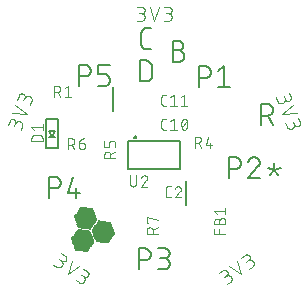
<source format=gbr>
G04 EAGLE Gerber RS-274X export*
G75*
%MOMM*%
%FSLAX34Y34*%
%LPD*%
%INSilkscreen Top*%
%IPPOS*%
%AMOC8*
5,1,8,0,0,1.08239X$1,22.5*%
G01*
%ADD10C,0.101600*%
%ADD11C,0.152400*%
%ADD12R,0.014731X0.014731*%
%ADD13R,0.147319X0.014731*%
%ADD14R,0.265175X0.014731*%
%ADD15R,0.383031X0.014731*%
%ADD16R,0.515619X0.014731*%
%ADD17R,0.633475X0.014731*%
%ADD18R,0.751331X0.014731*%
%ADD19R,0.883919X0.014731*%
%ADD20R,1.001775X0.014731*%
%ADD21R,1.119631X0.014731*%
%ADD22R,1.134363X0.014731*%
%ADD23R,1.149094X0.014731*%
%ADD24R,1.163825X0.014731*%
%ADD25R,1.178556X0.014731*%
%ADD26R,1.193288X0.014731*%
%ADD27R,1.222756X0.014731*%
%ADD28R,1.237488X0.014731*%
%ADD29R,1.266950X0.014731*%
%ADD30R,1.281681X0.014731*%
%ADD31R,1.311144X0.014731*%
%ADD32R,1.325881X0.014731*%
%ADD33R,1.355344X0.014731*%
%ADD34R,1.370075X0.014731*%
%ADD35R,1.384806X0.014731*%
%ADD36R,1.399538X0.014731*%
%ADD37R,1.414275X0.014731*%
%ADD38R,1.443738X0.014731*%
%ADD39R,1.458469X0.014731*%
%ADD40R,1.487931X0.014731*%
%ADD41R,1.502663X0.014731*%
%ADD42R,1.517394X0.014731*%
%ADD43R,1.532125X0.014731*%
%ADD44R,1.546856X0.014731*%
%ADD45R,1.576319X0.014731*%
%ADD46R,1.605788X0.014731*%
%ADD47R,1.620519X0.014731*%
%ADD48R,1.649981X0.014731*%
%ADD49R,1.664713X0.014731*%
%ADD50R,1.694175X0.014731*%
%ADD51R,1.708913X0.014731*%
%ADD52R,1.738375X0.014731*%
%ADD53R,1.753106X0.014731*%
%ADD54R,1.767838X0.014731*%
%ADD55R,1.782569X0.014731*%
%ADD56R,1.797306X0.014731*%
%ADD57R,0.117856X0.014731*%
%ADD58R,1.826769X0.014731*%
%ADD59R,0.235713X0.014731*%
%ADD60R,0.353569X0.014731*%
%ADD61R,1.856231X0.014731*%
%ADD62R,0.486156X0.014731*%
%ADD63R,1.870963X0.014731*%
%ADD64R,0.604013X0.014731*%
%ADD65R,0.721869X0.014731*%
%ADD66R,1.885694X0.014731*%
%ADD67R,0.839719X0.014731*%
%ADD68R,0.972306X0.014731*%
%ADD69R,1.090169X0.014731*%
%ADD70R,1.208025X0.014731*%
%ADD71R,1.252219X0.014731*%
%ADD72R,1.296412X0.014731*%
%ADD73R,1.340612X0.014731*%
%ADD74R,1.826763X0.014731*%
%ADD75R,1.414269X0.014731*%
%ADD76R,1.812031X0.014731*%
%ADD77R,1.429000X0.014731*%
%ADD78R,1.458462X0.014731*%
%ADD79R,1.473200X0.014731*%
%ADD80R,1.723644X0.014731*%
%ADD81R,1.694181X0.014731*%
%ADD82R,1.679450X0.014731*%
%ADD83R,1.561594X0.014731*%
%ADD84R,1.576325X0.014731*%
%ADD85R,1.591056X0.014731*%
%ADD86R,1.635250X0.014731*%
%ADD87R,1.561588X0.014731*%
%ADD88R,1.443731X0.014731*%
%ADD89R,1.797300X0.014731*%
%ADD90R,1.841500X0.014731*%
%ADD91R,1.311150X0.014731*%
%ADD92R,1.296419X0.014731*%
%ADD93R,1.193294X0.014731*%
%ADD94R,0.957575X0.014731*%
%ADD95R,0.589281X0.014731*%
%ADD96R,0.471425X0.014731*%
%ADD97R,0.220975X0.014731*%
%ADD98R,1.812038X0.014731*%
%ADD99R,0.103119X0.014731*%
%ADD100R,0.029463X0.014731*%
%ADD101R,0.162050X0.014731*%
%ADD102R,0.397763X0.014731*%
%ADD103R,0.648206X0.014731*%
%ADD104R,1.679444X0.014731*%
%ADD105R,1.016506X0.014731*%
%ADD106R,1.104900X0.014731*%
%ADD107R,1.222750X0.014731*%
%ADD108R,1.429006X0.014731*%
%ADD109R,1.208019X0.014731*%
%ADD110R,0.987044X0.014731*%
%ADD111R,0.854456X0.014731*%
%ADD112R,0.618744X0.014731*%
%ADD113R,0.500888X0.014731*%
%ADD114R,0.368300X0.014731*%
%ADD115R,0.132587X0.014731*%
%ADD116R,1.664719X0.014731*%
%ADD117R,1.075438X0.014731*%
%ADD118R,0.942844X0.014731*%
%ADD119R,0.707131X0.014731*%
%ADD120R,0.456694X0.014731*%
%ADD121R,0.088388X0.014731*%
%ADD122C,0.076200*%
%ADD123C,0.127000*%
%ADD124C,0.150000*%


D10*
X331524Y459658D02*
X334770Y459658D01*
X334883Y459660D01*
X334996Y459666D01*
X335109Y459676D01*
X335222Y459690D01*
X335334Y459707D01*
X335445Y459729D01*
X335555Y459754D01*
X335665Y459784D01*
X335773Y459817D01*
X335880Y459854D01*
X335986Y459894D01*
X336090Y459939D01*
X336193Y459987D01*
X336294Y460038D01*
X336393Y460093D01*
X336490Y460151D01*
X336585Y460213D01*
X336678Y460278D01*
X336768Y460346D01*
X336856Y460417D01*
X336942Y460492D01*
X337025Y460569D01*
X337105Y460649D01*
X337182Y460732D01*
X337257Y460818D01*
X337328Y460906D01*
X337396Y460996D01*
X337461Y461089D01*
X337523Y461184D01*
X337581Y461281D01*
X337636Y461380D01*
X337687Y461481D01*
X337735Y461584D01*
X337780Y461688D01*
X337820Y461794D01*
X337857Y461901D01*
X337890Y462009D01*
X337920Y462119D01*
X337945Y462229D01*
X337967Y462340D01*
X337984Y462452D01*
X337998Y462565D01*
X338008Y462678D01*
X338014Y462791D01*
X338016Y462904D01*
X338014Y463017D01*
X338008Y463130D01*
X337998Y463243D01*
X337984Y463356D01*
X337967Y463468D01*
X337945Y463579D01*
X337920Y463689D01*
X337890Y463799D01*
X337857Y463907D01*
X337820Y464014D01*
X337780Y464120D01*
X337735Y464224D01*
X337687Y464327D01*
X337636Y464428D01*
X337581Y464527D01*
X337523Y464624D01*
X337461Y464719D01*
X337396Y464812D01*
X337328Y464902D01*
X337257Y464990D01*
X337182Y465076D01*
X337105Y465159D01*
X337025Y465239D01*
X336942Y465316D01*
X336856Y465391D01*
X336768Y465462D01*
X336678Y465530D01*
X336585Y465595D01*
X336490Y465657D01*
X336393Y465715D01*
X336294Y465770D01*
X336193Y465821D01*
X336090Y465869D01*
X335986Y465914D01*
X335880Y465954D01*
X335773Y465991D01*
X335665Y466024D01*
X335555Y466054D01*
X335445Y466079D01*
X335334Y466101D01*
X335222Y466118D01*
X335109Y466132D01*
X334996Y466142D01*
X334883Y466148D01*
X334770Y466150D01*
X335419Y471342D02*
X331524Y471342D01*
X335419Y471342D02*
X335520Y471340D01*
X335620Y471334D01*
X335720Y471324D01*
X335820Y471311D01*
X335919Y471293D01*
X336018Y471272D01*
X336115Y471247D01*
X336212Y471218D01*
X336307Y471185D01*
X336401Y471149D01*
X336493Y471109D01*
X336584Y471066D01*
X336673Y471019D01*
X336760Y470969D01*
X336846Y470915D01*
X336929Y470858D01*
X337009Y470798D01*
X337088Y470735D01*
X337164Y470668D01*
X337237Y470599D01*
X337307Y470527D01*
X337375Y470453D01*
X337440Y470376D01*
X337501Y470296D01*
X337560Y470214D01*
X337615Y470130D01*
X337667Y470044D01*
X337716Y469956D01*
X337761Y469866D01*
X337803Y469774D01*
X337841Y469681D01*
X337875Y469586D01*
X337906Y469491D01*
X337933Y469394D01*
X337956Y469296D01*
X337976Y469197D01*
X337991Y469097D01*
X338003Y468997D01*
X338011Y468897D01*
X338015Y468796D01*
X338015Y468696D01*
X338011Y468595D01*
X338003Y468495D01*
X337991Y468395D01*
X337976Y468295D01*
X337956Y468196D01*
X337933Y468098D01*
X337906Y468001D01*
X337875Y467906D01*
X337841Y467811D01*
X337803Y467718D01*
X337761Y467626D01*
X337716Y467536D01*
X337667Y467448D01*
X337615Y467362D01*
X337560Y467278D01*
X337501Y467196D01*
X337440Y467116D01*
X337375Y467039D01*
X337307Y466965D01*
X337237Y466893D01*
X337164Y466824D01*
X337088Y466757D01*
X337009Y466694D01*
X336929Y466634D01*
X336846Y466577D01*
X336760Y466523D01*
X336673Y466473D01*
X336584Y466426D01*
X336493Y466383D01*
X336401Y466343D01*
X336307Y466307D01*
X336212Y466274D01*
X336115Y466245D01*
X336018Y466220D01*
X335919Y466199D01*
X335820Y466181D01*
X335720Y466168D01*
X335620Y466158D01*
X335520Y466152D01*
X335419Y466150D01*
X335419Y466149D02*
X332823Y466149D01*
X342305Y471342D02*
X346200Y459658D01*
X350095Y471342D01*
X354384Y459658D02*
X357630Y459658D01*
X357743Y459660D01*
X357856Y459666D01*
X357969Y459676D01*
X358082Y459690D01*
X358194Y459707D01*
X358305Y459729D01*
X358415Y459754D01*
X358525Y459784D01*
X358633Y459817D01*
X358740Y459854D01*
X358846Y459894D01*
X358950Y459939D01*
X359053Y459987D01*
X359154Y460038D01*
X359253Y460093D01*
X359350Y460151D01*
X359445Y460213D01*
X359538Y460278D01*
X359628Y460346D01*
X359716Y460417D01*
X359802Y460492D01*
X359885Y460569D01*
X359965Y460649D01*
X360042Y460732D01*
X360117Y460818D01*
X360188Y460906D01*
X360256Y460996D01*
X360321Y461089D01*
X360383Y461184D01*
X360441Y461281D01*
X360496Y461380D01*
X360547Y461481D01*
X360595Y461584D01*
X360640Y461688D01*
X360680Y461794D01*
X360717Y461901D01*
X360750Y462009D01*
X360780Y462119D01*
X360805Y462229D01*
X360827Y462340D01*
X360844Y462452D01*
X360858Y462565D01*
X360868Y462678D01*
X360874Y462791D01*
X360876Y462904D01*
X360874Y463017D01*
X360868Y463130D01*
X360858Y463243D01*
X360844Y463356D01*
X360827Y463468D01*
X360805Y463579D01*
X360780Y463689D01*
X360750Y463799D01*
X360717Y463907D01*
X360680Y464014D01*
X360640Y464120D01*
X360595Y464224D01*
X360547Y464327D01*
X360496Y464428D01*
X360441Y464527D01*
X360383Y464624D01*
X360321Y464719D01*
X360256Y464812D01*
X360188Y464902D01*
X360117Y464990D01*
X360042Y465076D01*
X359965Y465159D01*
X359885Y465239D01*
X359802Y465316D01*
X359716Y465391D01*
X359628Y465462D01*
X359538Y465530D01*
X359445Y465595D01*
X359350Y465657D01*
X359253Y465715D01*
X359154Y465770D01*
X359053Y465821D01*
X358950Y465869D01*
X358846Y465914D01*
X358740Y465954D01*
X358633Y465991D01*
X358525Y466024D01*
X358415Y466054D01*
X358305Y466079D01*
X358194Y466101D01*
X358082Y466118D01*
X357969Y466132D01*
X357856Y466142D01*
X357743Y466148D01*
X357630Y466150D01*
X358279Y471342D02*
X354384Y471342D01*
X358279Y471342D02*
X358380Y471340D01*
X358480Y471334D01*
X358580Y471324D01*
X358680Y471311D01*
X358779Y471293D01*
X358878Y471272D01*
X358975Y471247D01*
X359072Y471218D01*
X359167Y471185D01*
X359261Y471149D01*
X359353Y471109D01*
X359444Y471066D01*
X359533Y471019D01*
X359620Y470969D01*
X359706Y470915D01*
X359789Y470858D01*
X359869Y470798D01*
X359948Y470735D01*
X360024Y470668D01*
X360097Y470599D01*
X360167Y470527D01*
X360235Y470453D01*
X360300Y470376D01*
X360361Y470296D01*
X360420Y470214D01*
X360475Y470130D01*
X360527Y470044D01*
X360576Y469956D01*
X360621Y469866D01*
X360663Y469774D01*
X360701Y469681D01*
X360735Y469586D01*
X360766Y469491D01*
X360793Y469394D01*
X360816Y469296D01*
X360836Y469197D01*
X360851Y469097D01*
X360863Y468997D01*
X360871Y468897D01*
X360875Y468796D01*
X360875Y468696D01*
X360871Y468595D01*
X360863Y468495D01*
X360851Y468395D01*
X360836Y468295D01*
X360816Y468196D01*
X360793Y468098D01*
X360766Y468001D01*
X360735Y467906D01*
X360701Y467811D01*
X360663Y467718D01*
X360621Y467626D01*
X360576Y467536D01*
X360527Y467448D01*
X360475Y467362D01*
X360420Y467278D01*
X360361Y467196D01*
X360300Y467116D01*
X360235Y467039D01*
X360167Y466965D01*
X360097Y466893D01*
X360024Y466824D01*
X359948Y466757D01*
X359869Y466694D01*
X359789Y466634D01*
X359706Y466577D01*
X359620Y466523D01*
X359533Y466473D01*
X359444Y466426D01*
X359353Y466383D01*
X359261Y466343D01*
X359167Y466307D01*
X359072Y466274D01*
X358975Y466245D01*
X358878Y466220D01*
X358779Y466199D01*
X358680Y466181D01*
X358580Y466168D01*
X358480Y466158D01*
X358380Y466152D01*
X358279Y466150D01*
X358279Y466149D02*
X355683Y466149D01*
X449191Y394892D02*
X450301Y391843D01*
X450341Y391737D01*
X450386Y391633D01*
X450434Y391530D01*
X450485Y391429D01*
X450540Y391330D01*
X450598Y391233D01*
X450660Y391138D01*
X450725Y391045D01*
X450793Y390955D01*
X450864Y390867D01*
X450939Y390781D01*
X451016Y390698D01*
X451096Y390618D01*
X451179Y390541D01*
X451265Y390466D01*
X451353Y390395D01*
X451443Y390327D01*
X451536Y390262D01*
X451631Y390200D01*
X451728Y390142D01*
X451827Y390087D01*
X451928Y390036D01*
X452031Y389988D01*
X452135Y389943D01*
X452241Y389903D01*
X452348Y389866D01*
X452456Y389833D01*
X452566Y389803D01*
X452676Y389778D01*
X452787Y389756D01*
X452899Y389739D01*
X453012Y389725D01*
X453125Y389715D01*
X453238Y389709D01*
X453351Y389707D01*
X453464Y389709D01*
X453577Y389715D01*
X453690Y389725D01*
X453803Y389739D01*
X453915Y389756D01*
X454026Y389778D01*
X454136Y389803D01*
X454246Y389833D01*
X454354Y389866D01*
X454461Y389903D01*
X454567Y389943D01*
X454671Y389988D01*
X454774Y390036D01*
X454875Y390087D01*
X454974Y390142D01*
X455071Y390200D01*
X455166Y390262D01*
X455259Y390327D01*
X455349Y390395D01*
X455437Y390466D01*
X455523Y390541D01*
X455606Y390618D01*
X455686Y390698D01*
X455763Y390781D01*
X455838Y390867D01*
X455909Y390955D01*
X455977Y391045D01*
X456042Y391138D01*
X456104Y391233D01*
X456162Y391330D01*
X456217Y391429D01*
X456268Y391530D01*
X456316Y391633D01*
X456361Y391737D01*
X456401Y391843D01*
X456438Y391950D01*
X456471Y392058D01*
X456501Y392168D01*
X456526Y392278D01*
X456548Y392389D01*
X456565Y392501D01*
X456579Y392614D01*
X456589Y392727D01*
X456595Y392840D01*
X456597Y392953D01*
X456595Y393066D01*
X456589Y393179D01*
X456579Y393292D01*
X456565Y393405D01*
X456548Y393517D01*
X456526Y393628D01*
X456501Y393738D01*
X456471Y393848D01*
X456438Y393956D01*
X456401Y394063D01*
X461502Y395229D02*
X460170Y398889D01*
X461501Y395229D02*
X461534Y395134D01*
X461563Y395037D01*
X461588Y394940D01*
X461609Y394841D01*
X461627Y394742D01*
X461640Y394642D01*
X461650Y394542D01*
X461656Y394442D01*
X461658Y394341D01*
X461656Y394240D01*
X461650Y394140D01*
X461640Y394040D01*
X461627Y393940D01*
X461609Y393841D01*
X461588Y393742D01*
X461563Y393645D01*
X461534Y393548D01*
X461501Y393453D01*
X461465Y393359D01*
X461425Y393267D01*
X461382Y393176D01*
X461335Y393087D01*
X461285Y393000D01*
X461231Y392914D01*
X461174Y392831D01*
X461114Y392751D01*
X461051Y392672D01*
X460984Y392596D01*
X460915Y392523D01*
X460843Y392453D01*
X460769Y392385D01*
X460692Y392320D01*
X460612Y392259D01*
X460530Y392200D01*
X460446Y392145D01*
X460360Y392093D01*
X460272Y392044D01*
X460182Y391999D01*
X460090Y391957D01*
X459997Y391919D01*
X459902Y391885D01*
X459807Y391854D01*
X459710Y391827D01*
X459612Y391804D01*
X459513Y391784D01*
X459413Y391769D01*
X459313Y391757D01*
X459213Y391749D01*
X459112Y391745D01*
X459012Y391745D01*
X458911Y391749D01*
X458811Y391757D01*
X458711Y391769D01*
X458611Y391784D01*
X458512Y391804D01*
X458414Y391827D01*
X458317Y391854D01*
X458222Y391885D01*
X458127Y391919D01*
X458034Y391957D01*
X457942Y391999D01*
X457852Y392044D01*
X457764Y392093D01*
X457678Y392145D01*
X457594Y392200D01*
X457512Y392259D01*
X457432Y392320D01*
X457355Y392385D01*
X457281Y392453D01*
X457209Y392523D01*
X457140Y392596D01*
X457073Y392672D01*
X457010Y392751D01*
X456950Y392831D01*
X456893Y392914D01*
X456839Y393000D01*
X456789Y393087D01*
X456742Y393176D01*
X456699Y393267D01*
X456659Y393359D01*
X456623Y393453D01*
X455735Y395893D01*
X463858Y388758D02*
X454210Y381102D01*
X466522Y381438D01*
X457009Y373411D02*
X458120Y370361D01*
X458119Y370361D02*
X458159Y370255D01*
X458204Y370151D01*
X458252Y370048D01*
X458303Y369947D01*
X458358Y369848D01*
X458416Y369751D01*
X458478Y369656D01*
X458543Y369563D01*
X458611Y369473D01*
X458682Y369385D01*
X458757Y369299D01*
X458834Y369216D01*
X458914Y369136D01*
X458997Y369059D01*
X459083Y368984D01*
X459171Y368913D01*
X459261Y368845D01*
X459354Y368780D01*
X459449Y368718D01*
X459546Y368660D01*
X459645Y368605D01*
X459746Y368554D01*
X459849Y368506D01*
X459953Y368461D01*
X460059Y368421D01*
X460166Y368384D01*
X460274Y368351D01*
X460384Y368321D01*
X460494Y368296D01*
X460605Y368274D01*
X460717Y368257D01*
X460830Y368243D01*
X460943Y368233D01*
X461056Y368227D01*
X461169Y368225D01*
X461282Y368227D01*
X461395Y368233D01*
X461508Y368243D01*
X461621Y368257D01*
X461733Y368274D01*
X461844Y368296D01*
X461954Y368321D01*
X462064Y368351D01*
X462172Y368384D01*
X462279Y368421D01*
X462385Y368461D01*
X462489Y368506D01*
X462592Y368554D01*
X462693Y368605D01*
X462792Y368660D01*
X462889Y368718D01*
X462984Y368780D01*
X463077Y368845D01*
X463167Y368913D01*
X463255Y368984D01*
X463341Y369059D01*
X463424Y369136D01*
X463504Y369216D01*
X463581Y369299D01*
X463656Y369385D01*
X463727Y369473D01*
X463795Y369563D01*
X463860Y369656D01*
X463922Y369751D01*
X463980Y369848D01*
X464035Y369947D01*
X464086Y370048D01*
X464134Y370151D01*
X464179Y370255D01*
X464219Y370361D01*
X464256Y370468D01*
X464289Y370576D01*
X464319Y370686D01*
X464344Y370796D01*
X464366Y370907D01*
X464383Y371019D01*
X464397Y371132D01*
X464407Y371245D01*
X464413Y371358D01*
X464415Y371471D01*
X464413Y371584D01*
X464407Y371697D01*
X464397Y371810D01*
X464383Y371923D01*
X464366Y372035D01*
X464344Y372146D01*
X464319Y372256D01*
X464289Y372366D01*
X464256Y372474D01*
X464219Y372581D01*
X469321Y373747D02*
X467989Y377407D01*
X469320Y373747D02*
X469353Y373652D01*
X469382Y373555D01*
X469407Y373458D01*
X469428Y373359D01*
X469446Y373260D01*
X469459Y373160D01*
X469469Y373060D01*
X469475Y372960D01*
X469477Y372859D01*
X469475Y372758D01*
X469469Y372658D01*
X469459Y372558D01*
X469446Y372458D01*
X469428Y372359D01*
X469407Y372260D01*
X469382Y372163D01*
X469353Y372066D01*
X469320Y371971D01*
X469284Y371877D01*
X469244Y371785D01*
X469201Y371694D01*
X469154Y371605D01*
X469104Y371518D01*
X469050Y371432D01*
X468993Y371349D01*
X468933Y371269D01*
X468870Y371190D01*
X468803Y371114D01*
X468734Y371041D01*
X468662Y370971D01*
X468588Y370903D01*
X468511Y370838D01*
X468431Y370777D01*
X468349Y370718D01*
X468265Y370663D01*
X468179Y370611D01*
X468091Y370562D01*
X468001Y370517D01*
X467909Y370475D01*
X467816Y370437D01*
X467721Y370403D01*
X467626Y370372D01*
X467529Y370345D01*
X467431Y370322D01*
X467332Y370302D01*
X467232Y370287D01*
X467132Y370275D01*
X467032Y370267D01*
X466931Y370263D01*
X466831Y370263D01*
X466730Y370267D01*
X466630Y370275D01*
X466530Y370287D01*
X466430Y370302D01*
X466331Y370322D01*
X466233Y370345D01*
X466136Y370372D01*
X466041Y370403D01*
X465946Y370437D01*
X465853Y370475D01*
X465761Y370517D01*
X465671Y370562D01*
X465583Y370611D01*
X465497Y370663D01*
X465413Y370718D01*
X465331Y370777D01*
X465251Y370838D01*
X465174Y370903D01*
X465100Y370971D01*
X465028Y371041D01*
X464959Y371114D01*
X464892Y371190D01*
X464829Y371269D01*
X464769Y371349D01*
X464712Y371432D01*
X464658Y371518D01*
X464608Y371605D01*
X464561Y371694D01*
X464518Y371785D01*
X464478Y371877D01*
X464442Y371971D01*
X464441Y371971D02*
X463553Y374411D01*
X410288Y238359D02*
X407629Y236497D01*
X410288Y238358D02*
X410379Y238425D01*
X410469Y238494D01*
X410556Y238567D01*
X410640Y238643D01*
X410721Y238722D01*
X410800Y238803D01*
X410876Y238887D01*
X410949Y238974D01*
X411018Y239064D01*
X411085Y239155D01*
X411148Y239249D01*
X411208Y239345D01*
X411265Y239443D01*
X411318Y239543D01*
X411368Y239645D01*
X411414Y239749D01*
X411456Y239854D01*
X411495Y239960D01*
X411530Y240068D01*
X411561Y240177D01*
X411589Y240287D01*
X411612Y240398D01*
X411632Y240509D01*
X411648Y240621D01*
X411660Y240734D01*
X411668Y240847D01*
X411672Y240960D01*
X411672Y241074D01*
X411668Y241187D01*
X411660Y241300D01*
X411648Y241413D01*
X411632Y241525D01*
X411612Y241636D01*
X411589Y241747D01*
X411561Y241857D01*
X411530Y241966D01*
X411495Y242074D01*
X411456Y242180D01*
X411414Y242285D01*
X411368Y242389D01*
X411318Y242491D01*
X411265Y242591D01*
X411208Y242689D01*
X411148Y242785D01*
X411085Y242879D01*
X411018Y242970D01*
X410949Y243060D01*
X410876Y243147D01*
X410800Y243231D01*
X410721Y243312D01*
X410640Y243391D01*
X410556Y243467D01*
X410469Y243540D01*
X410380Y243609D01*
X410288Y243676D01*
X410194Y243739D01*
X410098Y243799D01*
X410000Y243856D01*
X409900Y243909D01*
X409798Y243959D01*
X409694Y244005D01*
X409589Y244047D01*
X409483Y244086D01*
X409375Y244121D01*
X409266Y244152D01*
X409156Y244180D01*
X409045Y244203D01*
X408934Y244223D01*
X408822Y244239D01*
X408709Y244251D01*
X408596Y244259D01*
X408483Y244263D01*
X408369Y244263D01*
X408256Y244259D01*
X408143Y244251D01*
X408030Y244239D01*
X407918Y244223D01*
X407807Y244203D01*
X407696Y244180D01*
X407586Y244152D01*
X407477Y244121D01*
X407369Y244086D01*
X407263Y244047D01*
X407158Y244005D01*
X407054Y243959D01*
X406952Y243909D01*
X406852Y243856D01*
X406754Y243799D01*
X406658Y243739D01*
X406564Y243676D01*
X404118Y248302D02*
X400928Y246068D01*
X404118Y248302D02*
X404202Y248358D01*
X404287Y248411D01*
X404375Y248460D01*
X404464Y248506D01*
X404556Y248549D01*
X404649Y248588D01*
X404743Y248623D01*
X404838Y248655D01*
X404935Y248683D01*
X405033Y248707D01*
X405131Y248727D01*
X405231Y248744D01*
X405331Y248756D01*
X405431Y248765D01*
X405532Y248770D01*
X405632Y248771D01*
X405733Y248768D01*
X405833Y248761D01*
X405933Y248750D01*
X406033Y248736D01*
X406132Y248717D01*
X406230Y248695D01*
X406327Y248669D01*
X406424Y248639D01*
X406519Y248606D01*
X406612Y248569D01*
X406704Y248528D01*
X406795Y248483D01*
X406883Y248436D01*
X406970Y248384D01*
X407054Y248330D01*
X407137Y248272D01*
X407217Y248211D01*
X407295Y248147D01*
X407370Y248080D01*
X407443Y248011D01*
X407512Y247938D01*
X407579Y247863D01*
X407643Y247785D01*
X407704Y247705D01*
X407762Y247622D01*
X407816Y247538D01*
X407868Y247451D01*
X407915Y247363D01*
X407960Y247272D01*
X408001Y247180D01*
X408038Y247086D01*
X408071Y246992D01*
X408101Y246895D01*
X408127Y246798D01*
X408149Y246700D01*
X408168Y246601D01*
X408182Y246501D01*
X408193Y246401D01*
X408200Y246301D01*
X408203Y246200D01*
X408202Y246100D01*
X408197Y245999D01*
X408188Y245899D01*
X408176Y245799D01*
X408159Y245699D01*
X408139Y245601D01*
X408115Y245503D01*
X408087Y245406D01*
X408055Y245311D01*
X408020Y245217D01*
X407981Y245124D01*
X407938Y245032D01*
X407892Y244943D01*
X407843Y244855D01*
X407790Y244770D01*
X407734Y244686D01*
X407674Y244605D01*
X407612Y244526D01*
X407546Y244449D01*
X407478Y244375D01*
X407407Y244304D01*
X407333Y244236D01*
X407256Y244170D01*
X407177Y244108D01*
X407096Y244048D01*
X404970Y242559D01*
X409759Y252252D02*
X419651Y244914D01*
X416139Y256719D01*
X426355Y249609D02*
X429014Y251470D01*
X429105Y251537D01*
X429195Y251606D01*
X429282Y251679D01*
X429366Y251755D01*
X429447Y251834D01*
X429526Y251915D01*
X429602Y251999D01*
X429675Y252086D01*
X429744Y252176D01*
X429811Y252267D01*
X429874Y252361D01*
X429934Y252457D01*
X429991Y252555D01*
X430044Y252655D01*
X430094Y252757D01*
X430140Y252861D01*
X430182Y252966D01*
X430221Y253072D01*
X430256Y253180D01*
X430287Y253289D01*
X430315Y253399D01*
X430338Y253510D01*
X430358Y253621D01*
X430374Y253733D01*
X430386Y253846D01*
X430394Y253959D01*
X430398Y254072D01*
X430398Y254186D01*
X430394Y254299D01*
X430386Y254412D01*
X430374Y254525D01*
X430358Y254637D01*
X430338Y254748D01*
X430315Y254859D01*
X430287Y254969D01*
X430256Y255078D01*
X430221Y255186D01*
X430182Y255292D01*
X430140Y255397D01*
X430094Y255501D01*
X430044Y255603D01*
X429991Y255703D01*
X429934Y255801D01*
X429874Y255897D01*
X429811Y255991D01*
X429744Y256082D01*
X429675Y256172D01*
X429602Y256259D01*
X429526Y256343D01*
X429447Y256424D01*
X429366Y256503D01*
X429282Y256579D01*
X429195Y256652D01*
X429106Y256721D01*
X429014Y256788D01*
X428920Y256851D01*
X428824Y256911D01*
X428726Y256968D01*
X428626Y257021D01*
X428524Y257071D01*
X428420Y257117D01*
X428315Y257159D01*
X428209Y257198D01*
X428101Y257233D01*
X427992Y257264D01*
X427882Y257292D01*
X427771Y257315D01*
X427660Y257335D01*
X427548Y257351D01*
X427435Y257363D01*
X427322Y257371D01*
X427209Y257375D01*
X427095Y257375D01*
X426982Y257371D01*
X426869Y257363D01*
X426756Y257351D01*
X426644Y257335D01*
X426533Y257315D01*
X426422Y257292D01*
X426312Y257264D01*
X426203Y257233D01*
X426095Y257198D01*
X425989Y257159D01*
X425884Y257117D01*
X425780Y257071D01*
X425678Y257021D01*
X425578Y256968D01*
X425480Y256911D01*
X425384Y256851D01*
X425290Y256788D01*
X422844Y261414D02*
X419653Y259180D01*
X422844Y261414D02*
X422928Y261470D01*
X423013Y261523D01*
X423101Y261572D01*
X423190Y261618D01*
X423282Y261661D01*
X423375Y261700D01*
X423469Y261735D01*
X423564Y261767D01*
X423661Y261795D01*
X423759Y261819D01*
X423857Y261839D01*
X423957Y261856D01*
X424057Y261868D01*
X424157Y261877D01*
X424258Y261882D01*
X424358Y261883D01*
X424459Y261880D01*
X424559Y261873D01*
X424659Y261862D01*
X424759Y261848D01*
X424858Y261829D01*
X424956Y261807D01*
X425053Y261781D01*
X425150Y261751D01*
X425245Y261718D01*
X425338Y261681D01*
X425430Y261640D01*
X425521Y261595D01*
X425609Y261548D01*
X425696Y261496D01*
X425780Y261442D01*
X425863Y261384D01*
X425943Y261323D01*
X426021Y261259D01*
X426096Y261192D01*
X426169Y261123D01*
X426238Y261050D01*
X426305Y260975D01*
X426369Y260897D01*
X426430Y260817D01*
X426488Y260734D01*
X426542Y260650D01*
X426594Y260563D01*
X426641Y260475D01*
X426686Y260384D01*
X426727Y260292D01*
X426764Y260198D01*
X426797Y260104D01*
X426827Y260007D01*
X426853Y259910D01*
X426875Y259812D01*
X426894Y259713D01*
X426908Y259613D01*
X426919Y259513D01*
X426926Y259413D01*
X426929Y259312D01*
X426928Y259212D01*
X426923Y259111D01*
X426914Y259011D01*
X426902Y258911D01*
X426885Y258811D01*
X426865Y258713D01*
X426841Y258615D01*
X426813Y258518D01*
X426781Y258423D01*
X426746Y258329D01*
X426707Y258236D01*
X426664Y258144D01*
X426618Y258055D01*
X426569Y257967D01*
X426516Y257882D01*
X426460Y257798D01*
X426400Y257717D01*
X426338Y257638D01*
X426272Y257561D01*
X426204Y257487D01*
X426133Y257416D01*
X426059Y257348D01*
X425982Y257282D01*
X425903Y257220D01*
X425822Y257160D01*
X423695Y255671D01*
X263386Y251470D02*
X260728Y253332D01*
X263386Y251470D02*
X263480Y251407D01*
X263576Y251347D01*
X263674Y251290D01*
X263774Y251237D01*
X263876Y251187D01*
X263980Y251141D01*
X264085Y251099D01*
X264191Y251060D01*
X264299Y251025D01*
X264408Y250994D01*
X264518Y250966D01*
X264629Y250943D01*
X264740Y250923D01*
X264852Y250907D01*
X264965Y250895D01*
X265078Y250887D01*
X265191Y250883D01*
X265305Y250883D01*
X265418Y250887D01*
X265531Y250895D01*
X265644Y250907D01*
X265756Y250923D01*
X265867Y250943D01*
X265978Y250966D01*
X266088Y250994D01*
X266197Y251025D01*
X266305Y251060D01*
X266411Y251099D01*
X266516Y251141D01*
X266620Y251187D01*
X266722Y251237D01*
X266822Y251290D01*
X266920Y251347D01*
X267016Y251407D01*
X267110Y251470D01*
X267201Y251537D01*
X267291Y251606D01*
X267378Y251679D01*
X267462Y251755D01*
X267543Y251834D01*
X267622Y251915D01*
X267698Y251999D01*
X267771Y252086D01*
X267840Y252176D01*
X267907Y252267D01*
X267970Y252361D01*
X268030Y252457D01*
X268087Y252555D01*
X268140Y252655D01*
X268190Y252757D01*
X268236Y252861D01*
X268278Y252966D01*
X268317Y253072D01*
X268352Y253180D01*
X268383Y253289D01*
X268411Y253399D01*
X268434Y253510D01*
X268454Y253621D01*
X268470Y253733D01*
X268482Y253846D01*
X268490Y253959D01*
X268494Y254072D01*
X268494Y254186D01*
X268490Y254299D01*
X268482Y254412D01*
X268470Y254525D01*
X268454Y254637D01*
X268434Y254748D01*
X268411Y254859D01*
X268383Y254969D01*
X268352Y255078D01*
X268317Y255186D01*
X268278Y255292D01*
X268236Y255397D01*
X268190Y255501D01*
X268140Y255603D01*
X268087Y255703D01*
X268030Y255801D01*
X267970Y255897D01*
X267907Y255991D01*
X267840Y256082D01*
X267771Y256172D01*
X267698Y256259D01*
X267622Y256343D01*
X267543Y256424D01*
X267462Y256503D01*
X267378Y256579D01*
X267291Y256652D01*
X267202Y256721D01*
X267110Y256788D01*
X270620Y260669D02*
X267429Y262903D01*
X270619Y260669D02*
X270700Y260609D01*
X270779Y260547D01*
X270856Y260481D01*
X270930Y260413D01*
X271001Y260342D01*
X271069Y260268D01*
X271135Y260191D01*
X271197Y260112D01*
X271257Y260031D01*
X271313Y259947D01*
X271366Y259862D01*
X271415Y259774D01*
X271461Y259685D01*
X271504Y259593D01*
X271543Y259500D01*
X271578Y259406D01*
X271610Y259311D01*
X271638Y259214D01*
X271662Y259116D01*
X271682Y259018D01*
X271699Y258918D01*
X271711Y258818D01*
X271720Y258718D01*
X271725Y258618D01*
X271726Y258517D01*
X271723Y258416D01*
X271716Y258316D01*
X271705Y258216D01*
X271691Y258116D01*
X271672Y258017D01*
X271650Y257919D01*
X271624Y257822D01*
X271594Y257725D01*
X271561Y257631D01*
X271524Y257537D01*
X271483Y257445D01*
X271438Y257354D01*
X271391Y257266D01*
X271339Y257179D01*
X271285Y257095D01*
X271227Y257012D01*
X271166Y256932D01*
X271102Y256854D01*
X271035Y256779D01*
X270966Y256706D01*
X270893Y256637D01*
X270818Y256570D01*
X270740Y256506D01*
X270660Y256445D01*
X270577Y256387D01*
X270493Y256333D01*
X270406Y256281D01*
X270318Y256234D01*
X270227Y256189D01*
X270135Y256148D01*
X270041Y256111D01*
X269947Y256078D01*
X269850Y256048D01*
X269753Y256022D01*
X269655Y256000D01*
X269556Y255981D01*
X269456Y255967D01*
X269356Y255956D01*
X269256Y255949D01*
X269155Y255946D01*
X269054Y255947D01*
X268954Y255952D01*
X268854Y255961D01*
X268754Y255973D01*
X268654Y255990D01*
X268556Y256010D01*
X268458Y256034D01*
X268361Y256062D01*
X268266Y256094D01*
X268172Y256129D01*
X268079Y256168D01*
X267987Y256211D01*
X267898Y256257D01*
X267810Y256306D01*
X267725Y256359D01*
X267641Y256415D01*
X265514Y257905D01*
X276260Y256719D02*
X272749Y244914D01*
X282641Y252252D01*
X279453Y240220D02*
X282112Y238358D01*
X282206Y238295D01*
X282302Y238235D01*
X282400Y238178D01*
X282500Y238125D01*
X282602Y238075D01*
X282706Y238029D01*
X282811Y237987D01*
X282917Y237948D01*
X283025Y237913D01*
X283134Y237882D01*
X283244Y237854D01*
X283355Y237831D01*
X283466Y237811D01*
X283578Y237795D01*
X283691Y237783D01*
X283804Y237775D01*
X283917Y237771D01*
X284031Y237771D01*
X284144Y237775D01*
X284257Y237783D01*
X284370Y237795D01*
X284482Y237811D01*
X284593Y237831D01*
X284704Y237854D01*
X284814Y237882D01*
X284923Y237913D01*
X285031Y237948D01*
X285137Y237987D01*
X285242Y238029D01*
X285346Y238075D01*
X285448Y238125D01*
X285548Y238178D01*
X285646Y238235D01*
X285742Y238295D01*
X285836Y238358D01*
X285927Y238425D01*
X286017Y238494D01*
X286104Y238567D01*
X286188Y238643D01*
X286269Y238722D01*
X286348Y238803D01*
X286424Y238887D01*
X286497Y238974D01*
X286566Y239064D01*
X286633Y239155D01*
X286696Y239249D01*
X286756Y239345D01*
X286813Y239443D01*
X286866Y239543D01*
X286916Y239645D01*
X286962Y239749D01*
X287004Y239854D01*
X287043Y239960D01*
X287078Y240068D01*
X287109Y240177D01*
X287137Y240287D01*
X287160Y240398D01*
X287180Y240509D01*
X287196Y240621D01*
X287208Y240734D01*
X287216Y240847D01*
X287220Y240960D01*
X287220Y241074D01*
X287216Y241187D01*
X287208Y241300D01*
X287196Y241413D01*
X287180Y241525D01*
X287160Y241636D01*
X287137Y241747D01*
X287109Y241857D01*
X287078Y241966D01*
X287043Y242074D01*
X287004Y242180D01*
X286962Y242285D01*
X286916Y242389D01*
X286866Y242491D01*
X286813Y242591D01*
X286756Y242689D01*
X286696Y242785D01*
X286633Y242879D01*
X286566Y242970D01*
X286497Y243060D01*
X286424Y243147D01*
X286348Y243231D01*
X286269Y243312D01*
X286188Y243391D01*
X286104Y243467D01*
X286017Y243540D01*
X285928Y243609D01*
X285836Y243676D01*
X289345Y247557D02*
X286155Y249791D01*
X289345Y247557D02*
X289426Y247497D01*
X289505Y247435D01*
X289582Y247369D01*
X289656Y247301D01*
X289727Y247230D01*
X289795Y247156D01*
X289861Y247079D01*
X289923Y247000D01*
X289983Y246919D01*
X290039Y246835D01*
X290092Y246750D01*
X290141Y246662D01*
X290187Y246573D01*
X290230Y246481D01*
X290269Y246388D01*
X290304Y246294D01*
X290336Y246199D01*
X290364Y246102D01*
X290388Y246004D01*
X290408Y245906D01*
X290425Y245806D01*
X290437Y245706D01*
X290446Y245606D01*
X290451Y245506D01*
X290452Y245405D01*
X290449Y245304D01*
X290442Y245204D01*
X290431Y245104D01*
X290417Y245004D01*
X290398Y244905D01*
X290376Y244807D01*
X290350Y244710D01*
X290320Y244613D01*
X290287Y244519D01*
X290250Y244425D01*
X290209Y244333D01*
X290164Y244242D01*
X290117Y244154D01*
X290065Y244067D01*
X290011Y243983D01*
X289953Y243900D01*
X289892Y243820D01*
X289828Y243742D01*
X289761Y243667D01*
X289692Y243594D01*
X289619Y243525D01*
X289544Y243458D01*
X289466Y243394D01*
X289386Y243333D01*
X289303Y243275D01*
X289219Y243221D01*
X289132Y243169D01*
X289044Y243122D01*
X288953Y243077D01*
X288861Y243036D01*
X288767Y242999D01*
X288673Y242966D01*
X288576Y242936D01*
X288479Y242910D01*
X288381Y242888D01*
X288282Y242869D01*
X288182Y242855D01*
X288082Y242844D01*
X287982Y242837D01*
X287881Y242834D01*
X287780Y242835D01*
X287680Y242840D01*
X287580Y242849D01*
X287480Y242861D01*
X287380Y242878D01*
X287282Y242898D01*
X287184Y242922D01*
X287087Y242950D01*
X286992Y242982D01*
X286898Y243017D01*
X286805Y243056D01*
X286713Y243099D01*
X286624Y243145D01*
X286536Y243194D01*
X286451Y243247D01*
X286367Y243303D01*
X284240Y244793D01*
X233170Y367311D02*
X234280Y370361D01*
X234281Y370361D02*
X234318Y370468D01*
X234351Y370576D01*
X234381Y370686D01*
X234406Y370796D01*
X234428Y370907D01*
X234445Y371019D01*
X234459Y371132D01*
X234469Y371245D01*
X234475Y371358D01*
X234477Y371471D01*
X234475Y371584D01*
X234469Y371697D01*
X234459Y371810D01*
X234445Y371923D01*
X234428Y372035D01*
X234406Y372146D01*
X234381Y372256D01*
X234351Y372366D01*
X234318Y372474D01*
X234281Y372581D01*
X234241Y372687D01*
X234196Y372791D01*
X234148Y372894D01*
X234097Y372995D01*
X234042Y373094D01*
X233984Y373191D01*
X233922Y373286D01*
X233857Y373379D01*
X233789Y373469D01*
X233718Y373557D01*
X233643Y373643D01*
X233566Y373726D01*
X233486Y373806D01*
X233403Y373883D01*
X233317Y373958D01*
X233229Y374029D01*
X233139Y374097D01*
X233046Y374162D01*
X232951Y374224D01*
X232854Y374282D01*
X232755Y374337D01*
X232654Y374388D01*
X232551Y374436D01*
X232447Y374481D01*
X232341Y374521D01*
X232234Y374558D01*
X232126Y374591D01*
X232016Y374621D01*
X231906Y374646D01*
X231795Y374668D01*
X231683Y374685D01*
X231570Y374699D01*
X231457Y374709D01*
X231344Y374715D01*
X231231Y374717D01*
X231118Y374715D01*
X231005Y374709D01*
X230892Y374699D01*
X230779Y374685D01*
X230667Y374668D01*
X230556Y374646D01*
X230446Y374621D01*
X230336Y374591D01*
X230228Y374558D01*
X230121Y374521D01*
X230015Y374481D01*
X229911Y374436D01*
X229808Y374388D01*
X229707Y374337D01*
X229608Y374282D01*
X229511Y374224D01*
X229416Y374162D01*
X229323Y374097D01*
X229233Y374029D01*
X229145Y373958D01*
X229059Y373883D01*
X228976Y373806D01*
X228896Y373726D01*
X228819Y373643D01*
X228744Y373557D01*
X228673Y373469D01*
X228605Y373379D01*
X228540Y373286D01*
X228478Y373191D01*
X228420Y373094D01*
X228365Y372995D01*
X228314Y372894D01*
X228266Y372791D01*
X228221Y372687D01*
X228181Y372581D01*
X223523Y374967D02*
X222191Y371308D01*
X223524Y374967D02*
X223560Y375061D01*
X223600Y375153D01*
X223643Y375244D01*
X223690Y375333D01*
X223740Y375420D01*
X223794Y375506D01*
X223851Y375589D01*
X223911Y375669D01*
X223974Y375748D01*
X224041Y375824D01*
X224110Y375897D01*
X224182Y375967D01*
X224256Y376035D01*
X224333Y376100D01*
X224413Y376161D01*
X224495Y376220D01*
X224579Y376275D01*
X224665Y376327D01*
X224753Y376376D01*
X224843Y376421D01*
X224935Y376463D01*
X225028Y376501D01*
X225123Y376535D01*
X225218Y376566D01*
X225315Y376593D01*
X225413Y376616D01*
X225512Y376636D01*
X225612Y376651D01*
X225712Y376663D01*
X225812Y376671D01*
X225913Y376675D01*
X226013Y376675D01*
X226114Y376671D01*
X226214Y376663D01*
X226314Y376651D01*
X226414Y376636D01*
X226513Y376616D01*
X226611Y376593D01*
X226708Y376566D01*
X226803Y376535D01*
X226898Y376501D01*
X226991Y376463D01*
X227083Y376421D01*
X227173Y376376D01*
X227261Y376327D01*
X227347Y376275D01*
X227431Y376220D01*
X227513Y376161D01*
X227593Y376100D01*
X227670Y376035D01*
X227744Y375967D01*
X227816Y375897D01*
X227885Y375824D01*
X227952Y375748D01*
X228015Y375669D01*
X228075Y375589D01*
X228132Y375506D01*
X228186Y375420D01*
X228236Y375333D01*
X228283Y375244D01*
X228326Y375153D01*
X228366Y375061D01*
X228402Y374967D01*
X228435Y374872D01*
X228464Y374775D01*
X228489Y374678D01*
X228510Y374579D01*
X228528Y374480D01*
X228541Y374380D01*
X228551Y374280D01*
X228557Y374180D01*
X228559Y374079D01*
X228557Y373978D01*
X228551Y373878D01*
X228541Y373778D01*
X228528Y373678D01*
X228510Y373579D01*
X228489Y373480D01*
X228464Y373383D01*
X228435Y373286D01*
X228402Y373191D01*
X228403Y373191D02*
X227515Y370751D01*
X225878Y381438D02*
X238190Y381102D01*
X228542Y388758D01*
X240989Y388793D02*
X242099Y391842D01*
X242099Y391843D02*
X242136Y391950D01*
X242169Y392058D01*
X242199Y392168D01*
X242224Y392278D01*
X242246Y392389D01*
X242263Y392501D01*
X242277Y392614D01*
X242287Y392727D01*
X242293Y392840D01*
X242295Y392953D01*
X242293Y393066D01*
X242287Y393179D01*
X242277Y393292D01*
X242263Y393405D01*
X242246Y393517D01*
X242224Y393628D01*
X242199Y393738D01*
X242169Y393848D01*
X242136Y393956D01*
X242099Y394063D01*
X242059Y394169D01*
X242014Y394273D01*
X241966Y394376D01*
X241915Y394477D01*
X241860Y394576D01*
X241802Y394673D01*
X241740Y394768D01*
X241675Y394861D01*
X241607Y394951D01*
X241536Y395039D01*
X241461Y395125D01*
X241384Y395208D01*
X241304Y395288D01*
X241221Y395365D01*
X241135Y395440D01*
X241047Y395511D01*
X240957Y395579D01*
X240864Y395644D01*
X240769Y395706D01*
X240672Y395764D01*
X240573Y395819D01*
X240472Y395870D01*
X240369Y395918D01*
X240265Y395963D01*
X240159Y396003D01*
X240052Y396040D01*
X239944Y396073D01*
X239834Y396103D01*
X239724Y396128D01*
X239613Y396150D01*
X239501Y396167D01*
X239388Y396181D01*
X239275Y396191D01*
X239162Y396197D01*
X239049Y396199D01*
X238936Y396197D01*
X238823Y396191D01*
X238710Y396181D01*
X238597Y396167D01*
X238485Y396150D01*
X238374Y396128D01*
X238264Y396103D01*
X238154Y396073D01*
X238046Y396040D01*
X237939Y396003D01*
X237833Y395963D01*
X237729Y395918D01*
X237626Y395870D01*
X237525Y395819D01*
X237426Y395764D01*
X237329Y395706D01*
X237234Y395644D01*
X237141Y395579D01*
X237051Y395511D01*
X236963Y395440D01*
X236877Y395365D01*
X236794Y395288D01*
X236714Y395208D01*
X236637Y395125D01*
X236562Y395039D01*
X236491Y394951D01*
X236423Y394861D01*
X236358Y394768D01*
X236296Y394673D01*
X236238Y394576D01*
X236183Y394477D01*
X236132Y394376D01*
X236084Y394273D01*
X236039Y394169D01*
X235999Y394063D01*
X231342Y396449D02*
X230009Y392789D01*
X231342Y396449D02*
X231378Y396543D01*
X231418Y396635D01*
X231461Y396726D01*
X231508Y396815D01*
X231558Y396902D01*
X231612Y396988D01*
X231669Y397071D01*
X231729Y397151D01*
X231792Y397230D01*
X231859Y397306D01*
X231928Y397379D01*
X232000Y397449D01*
X232074Y397517D01*
X232151Y397582D01*
X232231Y397643D01*
X232313Y397702D01*
X232397Y397757D01*
X232483Y397809D01*
X232571Y397858D01*
X232661Y397903D01*
X232753Y397945D01*
X232846Y397983D01*
X232941Y398017D01*
X233036Y398048D01*
X233133Y398075D01*
X233231Y398098D01*
X233330Y398118D01*
X233430Y398133D01*
X233530Y398145D01*
X233630Y398153D01*
X233731Y398157D01*
X233831Y398157D01*
X233932Y398153D01*
X234032Y398145D01*
X234132Y398133D01*
X234232Y398118D01*
X234331Y398098D01*
X234429Y398075D01*
X234526Y398048D01*
X234621Y398017D01*
X234716Y397983D01*
X234809Y397945D01*
X234901Y397903D01*
X234991Y397858D01*
X235079Y397809D01*
X235165Y397757D01*
X235249Y397702D01*
X235331Y397643D01*
X235411Y397582D01*
X235488Y397517D01*
X235562Y397449D01*
X235634Y397379D01*
X235703Y397306D01*
X235770Y397230D01*
X235833Y397151D01*
X235893Y397071D01*
X235950Y396988D01*
X236004Y396902D01*
X236054Y396815D01*
X236101Y396726D01*
X236144Y396635D01*
X236184Y396543D01*
X236220Y396449D01*
X236253Y396354D01*
X236282Y396257D01*
X236307Y396160D01*
X236328Y396061D01*
X236346Y395962D01*
X236359Y395862D01*
X236369Y395762D01*
X236375Y395662D01*
X236377Y395561D01*
X236375Y395460D01*
X236369Y395360D01*
X236359Y395260D01*
X236346Y395160D01*
X236328Y395061D01*
X236307Y394962D01*
X236282Y394865D01*
X236253Y394768D01*
X236220Y394673D01*
X236221Y394673D02*
X235333Y392233D01*
D11*
X384174Y403380D02*
X384174Y421160D01*
X389113Y421160D01*
X389253Y421158D01*
X389392Y421152D01*
X389532Y421142D01*
X389671Y421128D01*
X389810Y421111D01*
X389948Y421089D01*
X390085Y421063D01*
X390222Y421034D01*
X390358Y421001D01*
X390492Y420964D01*
X390626Y420923D01*
X390758Y420878D01*
X390890Y420829D01*
X391019Y420777D01*
X391147Y420722D01*
X391274Y420662D01*
X391399Y420599D01*
X391522Y420533D01*
X391643Y420463D01*
X391762Y420390D01*
X391879Y420313D01*
X391993Y420233D01*
X392106Y420150D01*
X392216Y420064D01*
X392323Y419974D01*
X392428Y419882D01*
X392530Y419787D01*
X392630Y419689D01*
X392727Y419588D01*
X392821Y419484D01*
X392911Y419378D01*
X392999Y419269D01*
X393084Y419158D01*
X393165Y419044D01*
X393244Y418929D01*
X393319Y418811D01*
X393390Y418691D01*
X393458Y418568D01*
X393523Y418445D01*
X393584Y418319D01*
X393642Y418191D01*
X393696Y418063D01*
X393746Y417932D01*
X393793Y417800D01*
X393836Y417667D01*
X393875Y417533D01*
X393910Y417398D01*
X393941Y417262D01*
X393969Y417124D01*
X393992Y416987D01*
X394012Y416848D01*
X394028Y416709D01*
X394040Y416570D01*
X394048Y416431D01*
X394052Y416291D01*
X394052Y416151D01*
X394048Y416011D01*
X394040Y415872D01*
X394028Y415733D01*
X394012Y415594D01*
X393992Y415455D01*
X393969Y415318D01*
X393941Y415180D01*
X393910Y415044D01*
X393875Y414909D01*
X393836Y414775D01*
X393793Y414642D01*
X393746Y414510D01*
X393696Y414379D01*
X393642Y414251D01*
X393584Y414123D01*
X393523Y413997D01*
X393458Y413874D01*
X393390Y413752D01*
X393319Y413631D01*
X393244Y413513D01*
X393165Y413398D01*
X393084Y413284D01*
X392999Y413173D01*
X392911Y413064D01*
X392821Y412958D01*
X392727Y412854D01*
X392630Y412753D01*
X392530Y412655D01*
X392428Y412560D01*
X392323Y412468D01*
X392216Y412378D01*
X392106Y412292D01*
X391993Y412209D01*
X391879Y412129D01*
X391762Y412052D01*
X391643Y411979D01*
X391522Y411909D01*
X391399Y411843D01*
X391274Y411780D01*
X391147Y411720D01*
X391019Y411665D01*
X390890Y411613D01*
X390758Y411564D01*
X390626Y411519D01*
X390492Y411478D01*
X390358Y411441D01*
X390222Y411408D01*
X390085Y411379D01*
X389948Y411353D01*
X389810Y411331D01*
X389671Y411314D01*
X389532Y411300D01*
X389392Y411290D01*
X389253Y411284D01*
X389113Y411282D01*
X384174Y411282D01*
X400169Y417209D02*
X405108Y421160D01*
X405108Y403380D01*
X410046Y403380D02*
X400169Y403380D01*
X409452Y344260D02*
X409452Y326480D01*
X409452Y344260D02*
X414391Y344260D01*
X414531Y344258D01*
X414670Y344252D01*
X414810Y344242D01*
X414949Y344228D01*
X415088Y344211D01*
X415226Y344189D01*
X415363Y344163D01*
X415500Y344134D01*
X415636Y344101D01*
X415770Y344064D01*
X415904Y344023D01*
X416036Y343978D01*
X416168Y343929D01*
X416297Y343877D01*
X416425Y343822D01*
X416552Y343762D01*
X416677Y343699D01*
X416800Y343633D01*
X416921Y343563D01*
X417040Y343490D01*
X417157Y343413D01*
X417271Y343333D01*
X417384Y343250D01*
X417494Y343164D01*
X417601Y343074D01*
X417706Y342982D01*
X417808Y342887D01*
X417908Y342789D01*
X418005Y342688D01*
X418099Y342584D01*
X418189Y342478D01*
X418277Y342369D01*
X418362Y342258D01*
X418443Y342144D01*
X418522Y342029D01*
X418597Y341911D01*
X418668Y341791D01*
X418736Y341668D01*
X418801Y341545D01*
X418862Y341419D01*
X418920Y341291D01*
X418974Y341163D01*
X419024Y341032D01*
X419071Y340900D01*
X419114Y340767D01*
X419153Y340633D01*
X419188Y340498D01*
X419219Y340362D01*
X419247Y340224D01*
X419270Y340087D01*
X419290Y339948D01*
X419306Y339809D01*
X419318Y339670D01*
X419326Y339531D01*
X419330Y339391D01*
X419330Y339251D01*
X419326Y339111D01*
X419318Y338972D01*
X419306Y338833D01*
X419290Y338694D01*
X419270Y338555D01*
X419247Y338418D01*
X419219Y338280D01*
X419188Y338144D01*
X419153Y338009D01*
X419114Y337875D01*
X419071Y337742D01*
X419024Y337610D01*
X418974Y337479D01*
X418920Y337351D01*
X418862Y337223D01*
X418801Y337097D01*
X418736Y336974D01*
X418668Y336852D01*
X418597Y336731D01*
X418522Y336613D01*
X418443Y336498D01*
X418362Y336384D01*
X418277Y336273D01*
X418189Y336164D01*
X418099Y336058D01*
X418005Y335954D01*
X417908Y335853D01*
X417808Y335755D01*
X417706Y335660D01*
X417601Y335568D01*
X417494Y335478D01*
X417384Y335392D01*
X417271Y335309D01*
X417157Y335229D01*
X417040Y335152D01*
X416921Y335079D01*
X416800Y335009D01*
X416677Y334943D01*
X416552Y334880D01*
X416425Y334820D01*
X416297Y334765D01*
X416168Y334713D01*
X416036Y334664D01*
X415904Y334619D01*
X415770Y334578D01*
X415636Y334541D01*
X415500Y334508D01*
X415363Y334479D01*
X415226Y334453D01*
X415088Y334431D01*
X414949Y334414D01*
X414810Y334400D01*
X414670Y334390D01*
X414531Y334384D01*
X414391Y334382D01*
X409452Y334382D01*
X430880Y344260D02*
X431012Y344258D01*
X431143Y344252D01*
X431275Y344242D01*
X431406Y344229D01*
X431536Y344211D01*
X431666Y344190D01*
X431796Y344165D01*
X431924Y344136D01*
X432052Y344103D01*
X432178Y344066D01*
X432304Y344026D01*
X432428Y343982D01*
X432551Y343934D01*
X432672Y343883D01*
X432792Y343828D01*
X432910Y343770D01*
X433026Y343708D01*
X433140Y343642D01*
X433253Y343574D01*
X433363Y343502D01*
X433471Y343427D01*
X433577Y343348D01*
X433681Y343267D01*
X433782Y343182D01*
X433880Y343095D01*
X433976Y343004D01*
X434069Y342911D01*
X434160Y342815D01*
X434247Y342717D01*
X434332Y342616D01*
X434413Y342512D01*
X434492Y342406D01*
X434567Y342298D01*
X434639Y342188D01*
X434707Y342075D01*
X434773Y341961D01*
X434835Y341845D01*
X434893Y341727D01*
X434948Y341607D01*
X434999Y341486D01*
X435047Y341363D01*
X435091Y341239D01*
X435131Y341113D01*
X435168Y340987D01*
X435201Y340859D01*
X435230Y340731D01*
X435255Y340601D01*
X435276Y340471D01*
X435294Y340341D01*
X435307Y340210D01*
X435317Y340078D01*
X435323Y339947D01*
X435325Y339815D01*
X430880Y344260D02*
X430730Y344258D01*
X430581Y344252D01*
X430432Y344242D01*
X430283Y344229D01*
X430134Y344211D01*
X429986Y344190D01*
X429838Y344164D01*
X429692Y344135D01*
X429546Y344102D01*
X429401Y344065D01*
X429257Y344024D01*
X429114Y343980D01*
X428972Y343932D01*
X428832Y343880D01*
X428693Y343825D01*
X428555Y343766D01*
X428420Y343703D01*
X428285Y343637D01*
X428153Y343567D01*
X428023Y343494D01*
X427894Y343417D01*
X427767Y343337D01*
X427643Y343254D01*
X427521Y343168D01*
X427401Y343078D01*
X427284Y342985D01*
X427169Y342890D01*
X427056Y342791D01*
X426946Y342689D01*
X426839Y342585D01*
X426735Y342478D01*
X426633Y342368D01*
X426535Y342255D01*
X426439Y342140D01*
X426347Y342022D01*
X426257Y341902D01*
X426171Y341780D01*
X426088Y341656D01*
X426008Y341529D01*
X425932Y341401D01*
X425859Y341270D01*
X425789Y341137D01*
X425723Y341003D01*
X425661Y340867D01*
X425602Y340730D01*
X425546Y340591D01*
X425495Y340450D01*
X425447Y340309D01*
X433843Y336358D02*
X433939Y336451D01*
X434031Y336547D01*
X434121Y336646D01*
X434208Y336747D01*
X434293Y336850D01*
X434374Y336955D01*
X434452Y337063D01*
X434527Y337173D01*
X434600Y337285D01*
X434669Y337399D01*
X434735Y337515D01*
X434797Y337633D01*
X434856Y337752D01*
X434912Y337873D01*
X434965Y337996D01*
X435014Y338120D01*
X435059Y338245D01*
X435102Y338372D01*
X435140Y338499D01*
X435175Y338628D01*
X435206Y338757D01*
X435234Y338888D01*
X435258Y339019D01*
X435279Y339151D01*
X435295Y339283D01*
X435308Y339416D01*
X435318Y339549D01*
X435323Y339682D01*
X435325Y339815D01*
X433843Y336358D02*
X425447Y326480D01*
X435325Y326480D01*
X447695Y333394D02*
X447695Y339321D01*
X447695Y333394D02*
X451152Y328949D01*
X447695Y333394D02*
X444238Y328949D01*
X447695Y333394D02*
X453128Y335370D01*
X447695Y333394D02*
X442262Y335370D01*
X333264Y266990D02*
X333264Y249210D01*
X333264Y266990D02*
X338203Y266990D01*
X338343Y266988D01*
X338482Y266982D01*
X338622Y266972D01*
X338761Y266958D01*
X338900Y266941D01*
X339038Y266919D01*
X339175Y266893D01*
X339312Y266864D01*
X339448Y266831D01*
X339582Y266794D01*
X339716Y266753D01*
X339848Y266708D01*
X339980Y266659D01*
X340109Y266607D01*
X340237Y266552D01*
X340364Y266492D01*
X340489Y266429D01*
X340612Y266363D01*
X340733Y266293D01*
X340852Y266220D01*
X340969Y266143D01*
X341083Y266063D01*
X341196Y265980D01*
X341306Y265894D01*
X341413Y265804D01*
X341518Y265712D01*
X341620Y265617D01*
X341720Y265519D01*
X341817Y265418D01*
X341911Y265314D01*
X342001Y265208D01*
X342089Y265099D01*
X342174Y264988D01*
X342255Y264874D01*
X342334Y264759D01*
X342409Y264641D01*
X342480Y264521D01*
X342548Y264398D01*
X342613Y264275D01*
X342674Y264149D01*
X342732Y264021D01*
X342786Y263893D01*
X342836Y263762D01*
X342883Y263630D01*
X342926Y263497D01*
X342965Y263363D01*
X343000Y263228D01*
X343031Y263092D01*
X343059Y262954D01*
X343082Y262817D01*
X343102Y262678D01*
X343118Y262539D01*
X343130Y262400D01*
X343138Y262261D01*
X343142Y262121D01*
X343142Y261981D01*
X343138Y261841D01*
X343130Y261702D01*
X343118Y261563D01*
X343102Y261424D01*
X343082Y261285D01*
X343059Y261148D01*
X343031Y261010D01*
X343000Y260874D01*
X342965Y260739D01*
X342926Y260605D01*
X342883Y260472D01*
X342836Y260340D01*
X342786Y260209D01*
X342732Y260081D01*
X342674Y259953D01*
X342613Y259827D01*
X342548Y259704D01*
X342480Y259582D01*
X342409Y259461D01*
X342334Y259343D01*
X342255Y259228D01*
X342174Y259114D01*
X342089Y259003D01*
X342001Y258894D01*
X341911Y258788D01*
X341817Y258684D01*
X341720Y258583D01*
X341620Y258485D01*
X341518Y258390D01*
X341413Y258298D01*
X341306Y258208D01*
X341196Y258122D01*
X341083Y258039D01*
X340969Y257959D01*
X340852Y257882D01*
X340733Y257809D01*
X340612Y257739D01*
X340489Y257673D01*
X340364Y257610D01*
X340237Y257550D01*
X340109Y257495D01*
X339980Y257443D01*
X339848Y257394D01*
X339716Y257349D01*
X339582Y257308D01*
X339448Y257271D01*
X339312Y257238D01*
X339175Y257209D01*
X339038Y257183D01*
X338900Y257161D01*
X338761Y257144D01*
X338622Y257130D01*
X338482Y257120D01*
X338343Y257114D01*
X338203Y257112D01*
X333264Y257112D01*
X349259Y249210D02*
X354198Y249210D01*
X354338Y249212D01*
X354477Y249218D01*
X354617Y249228D01*
X354756Y249242D01*
X354895Y249259D01*
X355033Y249281D01*
X355170Y249307D01*
X355307Y249336D01*
X355443Y249369D01*
X355577Y249406D01*
X355711Y249447D01*
X355843Y249492D01*
X355975Y249541D01*
X356104Y249593D01*
X356232Y249648D01*
X356359Y249708D01*
X356484Y249771D01*
X356607Y249837D01*
X356728Y249907D01*
X356847Y249980D01*
X356964Y250057D01*
X357078Y250137D01*
X357191Y250220D01*
X357301Y250306D01*
X357408Y250396D01*
X357513Y250488D01*
X357615Y250583D01*
X357715Y250681D01*
X357812Y250782D01*
X357906Y250886D01*
X357996Y250992D01*
X358084Y251101D01*
X358169Y251212D01*
X358250Y251326D01*
X358329Y251441D01*
X358404Y251559D01*
X358475Y251680D01*
X358543Y251802D01*
X358608Y251925D01*
X358669Y252051D01*
X358727Y252179D01*
X358781Y252307D01*
X358831Y252438D01*
X358878Y252570D01*
X358921Y252703D01*
X358960Y252837D01*
X358995Y252972D01*
X359026Y253108D01*
X359054Y253246D01*
X359077Y253383D01*
X359097Y253522D01*
X359113Y253661D01*
X359125Y253800D01*
X359133Y253939D01*
X359137Y254079D01*
X359137Y254219D01*
X359133Y254359D01*
X359125Y254498D01*
X359113Y254637D01*
X359097Y254776D01*
X359077Y254915D01*
X359054Y255052D01*
X359026Y255190D01*
X358995Y255326D01*
X358960Y255461D01*
X358921Y255595D01*
X358878Y255728D01*
X358831Y255860D01*
X358781Y255991D01*
X358727Y256119D01*
X358669Y256247D01*
X358608Y256373D01*
X358543Y256496D01*
X358475Y256619D01*
X358404Y256739D01*
X358329Y256857D01*
X358250Y256972D01*
X358169Y257086D01*
X358084Y257197D01*
X357996Y257306D01*
X357906Y257412D01*
X357812Y257516D01*
X357715Y257617D01*
X357615Y257715D01*
X357513Y257810D01*
X357408Y257902D01*
X357301Y257992D01*
X357191Y258078D01*
X357078Y258161D01*
X356964Y258241D01*
X356847Y258318D01*
X356728Y258391D01*
X356607Y258461D01*
X356484Y258527D01*
X356359Y258590D01*
X356232Y258650D01*
X356104Y258705D01*
X355975Y258757D01*
X355843Y258806D01*
X355711Y258851D01*
X355577Y258892D01*
X355443Y258929D01*
X355307Y258962D01*
X355170Y258991D01*
X355033Y259017D01*
X354895Y259039D01*
X354756Y259056D01*
X354617Y259070D01*
X354477Y259080D01*
X354338Y259086D01*
X354198Y259088D01*
X355185Y266990D02*
X349259Y266990D01*
X355185Y266990D02*
X355309Y266988D01*
X355433Y266982D01*
X355557Y266972D01*
X355680Y266959D01*
X355803Y266941D01*
X355925Y266920D01*
X356047Y266895D01*
X356168Y266866D01*
X356287Y266833D01*
X356406Y266797D01*
X356523Y266756D01*
X356639Y266713D01*
X356754Y266665D01*
X356867Y266614D01*
X356979Y266559D01*
X357088Y266501D01*
X357196Y266440D01*
X357302Y266375D01*
X357406Y266307D01*
X357507Y266235D01*
X357607Y266161D01*
X357703Y266083D01*
X357798Y266003D01*
X357890Y265919D01*
X357979Y265833D01*
X358065Y265744D01*
X358149Y265652D01*
X358229Y265557D01*
X358307Y265461D01*
X358381Y265361D01*
X358453Y265260D01*
X358521Y265156D01*
X358586Y265050D01*
X358647Y264942D01*
X358705Y264833D01*
X358760Y264721D01*
X358811Y264608D01*
X358859Y264493D01*
X358902Y264377D01*
X358943Y264260D01*
X358979Y264141D01*
X359012Y264022D01*
X359041Y263901D01*
X359066Y263779D01*
X359087Y263657D01*
X359105Y263534D01*
X359118Y263411D01*
X359128Y263287D01*
X359134Y263163D01*
X359136Y263039D01*
X359134Y262915D01*
X359128Y262791D01*
X359118Y262667D01*
X359105Y262544D01*
X359087Y262421D01*
X359066Y262299D01*
X359041Y262177D01*
X359012Y262056D01*
X358979Y261937D01*
X358943Y261818D01*
X358902Y261701D01*
X358859Y261585D01*
X358811Y261470D01*
X358760Y261357D01*
X358705Y261245D01*
X358647Y261136D01*
X358586Y261028D01*
X358521Y260922D01*
X358453Y260818D01*
X358381Y260717D01*
X358307Y260617D01*
X358229Y260521D01*
X358149Y260426D01*
X358065Y260334D01*
X357979Y260245D01*
X357890Y260159D01*
X357798Y260075D01*
X357703Y259995D01*
X357607Y259917D01*
X357507Y259843D01*
X357406Y259771D01*
X357302Y259703D01*
X357196Y259638D01*
X357088Y259577D01*
X356979Y259519D01*
X356867Y259464D01*
X356754Y259413D01*
X356639Y259365D01*
X356523Y259322D01*
X356406Y259281D01*
X356287Y259245D01*
X356168Y259212D01*
X356047Y259183D01*
X355925Y259158D01*
X355803Y259137D01*
X355680Y259119D01*
X355557Y259106D01*
X355433Y259096D01*
X355309Y259090D01*
X355185Y259088D01*
X351234Y259088D01*
X257064Y309970D02*
X257064Y327750D01*
X262003Y327750D01*
X262143Y327748D01*
X262282Y327742D01*
X262422Y327732D01*
X262561Y327718D01*
X262700Y327701D01*
X262838Y327679D01*
X262975Y327653D01*
X263112Y327624D01*
X263248Y327591D01*
X263382Y327554D01*
X263516Y327513D01*
X263648Y327468D01*
X263780Y327419D01*
X263909Y327367D01*
X264037Y327312D01*
X264164Y327252D01*
X264289Y327189D01*
X264412Y327123D01*
X264533Y327053D01*
X264652Y326980D01*
X264769Y326903D01*
X264883Y326823D01*
X264996Y326740D01*
X265106Y326654D01*
X265213Y326564D01*
X265318Y326472D01*
X265420Y326377D01*
X265520Y326279D01*
X265617Y326178D01*
X265711Y326074D01*
X265801Y325968D01*
X265889Y325859D01*
X265974Y325748D01*
X266055Y325634D01*
X266134Y325519D01*
X266209Y325401D01*
X266280Y325281D01*
X266348Y325158D01*
X266413Y325035D01*
X266474Y324909D01*
X266532Y324781D01*
X266586Y324653D01*
X266636Y324522D01*
X266683Y324390D01*
X266726Y324257D01*
X266765Y324123D01*
X266800Y323988D01*
X266831Y323852D01*
X266859Y323714D01*
X266882Y323577D01*
X266902Y323438D01*
X266918Y323299D01*
X266930Y323160D01*
X266938Y323021D01*
X266942Y322881D01*
X266942Y322741D01*
X266938Y322601D01*
X266930Y322462D01*
X266918Y322323D01*
X266902Y322184D01*
X266882Y322045D01*
X266859Y321908D01*
X266831Y321770D01*
X266800Y321634D01*
X266765Y321499D01*
X266726Y321365D01*
X266683Y321232D01*
X266636Y321100D01*
X266586Y320969D01*
X266532Y320841D01*
X266474Y320713D01*
X266413Y320587D01*
X266348Y320464D01*
X266280Y320342D01*
X266209Y320221D01*
X266134Y320103D01*
X266055Y319988D01*
X265974Y319874D01*
X265889Y319763D01*
X265801Y319654D01*
X265711Y319548D01*
X265617Y319444D01*
X265520Y319343D01*
X265420Y319245D01*
X265318Y319150D01*
X265213Y319058D01*
X265106Y318968D01*
X264996Y318882D01*
X264883Y318799D01*
X264769Y318719D01*
X264652Y318642D01*
X264533Y318569D01*
X264412Y318499D01*
X264289Y318433D01*
X264164Y318370D01*
X264037Y318310D01*
X263909Y318255D01*
X263780Y318203D01*
X263648Y318154D01*
X263516Y318109D01*
X263382Y318068D01*
X263248Y318031D01*
X263112Y317998D01*
X262975Y317969D01*
X262838Y317943D01*
X262700Y317921D01*
X262561Y317904D01*
X262422Y317890D01*
X262282Y317880D01*
X262143Y317874D01*
X262003Y317872D01*
X257064Y317872D01*
X273059Y313921D02*
X277010Y327750D01*
X273059Y313921D02*
X282936Y313921D01*
X279973Y317872D02*
X279973Y309970D01*
X282354Y404650D02*
X282354Y422430D01*
X287293Y422430D01*
X287433Y422428D01*
X287572Y422422D01*
X287712Y422412D01*
X287851Y422398D01*
X287990Y422381D01*
X288128Y422359D01*
X288265Y422333D01*
X288402Y422304D01*
X288538Y422271D01*
X288672Y422234D01*
X288806Y422193D01*
X288938Y422148D01*
X289070Y422099D01*
X289199Y422047D01*
X289327Y421992D01*
X289454Y421932D01*
X289579Y421869D01*
X289702Y421803D01*
X289823Y421733D01*
X289942Y421660D01*
X290059Y421583D01*
X290173Y421503D01*
X290286Y421420D01*
X290396Y421334D01*
X290503Y421244D01*
X290608Y421152D01*
X290710Y421057D01*
X290810Y420959D01*
X290907Y420858D01*
X291001Y420754D01*
X291091Y420648D01*
X291179Y420539D01*
X291264Y420428D01*
X291345Y420314D01*
X291424Y420199D01*
X291499Y420081D01*
X291570Y419961D01*
X291638Y419838D01*
X291703Y419715D01*
X291764Y419589D01*
X291822Y419461D01*
X291876Y419333D01*
X291926Y419202D01*
X291973Y419070D01*
X292016Y418937D01*
X292055Y418803D01*
X292090Y418668D01*
X292121Y418532D01*
X292149Y418394D01*
X292172Y418257D01*
X292192Y418118D01*
X292208Y417979D01*
X292220Y417840D01*
X292228Y417701D01*
X292232Y417561D01*
X292232Y417421D01*
X292228Y417281D01*
X292220Y417142D01*
X292208Y417003D01*
X292192Y416864D01*
X292172Y416725D01*
X292149Y416588D01*
X292121Y416450D01*
X292090Y416314D01*
X292055Y416179D01*
X292016Y416045D01*
X291973Y415912D01*
X291926Y415780D01*
X291876Y415649D01*
X291822Y415521D01*
X291764Y415393D01*
X291703Y415267D01*
X291638Y415144D01*
X291570Y415022D01*
X291499Y414901D01*
X291424Y414783D01*
X291345Y414668D01*
X291264Y414554D01*
X291179Y414443D01*
X291091Y414334D01*
X291001Y414228D01*
X290907Y414124D01*
X290810Y414023D01*
X290710Y413925D01*
X290608Y413830D01*
X290503Y413738D01*
X290396Y413648D01*
X290286Y413562D01*
X290173Y413479D01*
X290059Y413399D01*
X289942Y413322D01*
X289823Y413249D01*
X289702Y413179D01*
X289579Y413113D01*
X289454Y413050D01*
X289327Y412990D01*
X289199Y412935D01*
X289070Y412883D01*
X288938Y412834D01*
X288806Y412789D01*
X288672Y412748D01*
X288538Y412711D01*
X288402Y412678D01*
X288265Y412649D01*
X288128Y412623D01*
X287990Y412601D01*
X287851Y412584D01*
X287712Y412570D01*
X287572Y412560D01*
X287433Y412554D01*
X287293Y412552D01*
X282354Y412552D01*
X298349Y404650D02*
X304275Y404650D01*
X304399Y404652D01*
X304523Y404658D01*
X304647Y404668D01*
X304770Y404681D01*
X304893Y404699D01*
X305015Y404720D01*
X305137Y404745D01*
X305258Y404774D01*
X305377Y404807D01*
X305496Y404843D01*
X305613Y404884D01*
X305729Y404927D01*
X305844Y404975D01*
X305957Y405026D01*
X306069Y405081D01*
X306178Y405139D01*
X306286Y405200D01*
X306392Y405265D01*
X306496Y405333D01*
X306597Y405405D01*
X306697Y405479D01*
X306793Y405557D01*
X306888Y405637D01*
X306980Y405721D01*
X307069Y405807D01*
X307155Y405896D01*
X307239Y405988D01*
X307319Y406083D01*
X307397Y406179D01*
X307471Y406279D01*
X307543Y406380D01*
X307611Y406484D01*
X307676Y406590D01*
X307737Y406698D01*
X307795Y406807D01*
X307850Y406919D01*
X307901Y407032D01*
X307949Y407147D01*
X307992Y407263D01*
X308033Y407380D01*
X308069Y407499D01*
X308102Y407618D01*
X308131Y407739D01*
X308156Y407861D01*
X308177Y407983D01*
X308195Y408106D01*
X308208Y408229D01*
X308218Y408353D01*
X308224Y408477D01*
X308226Y408601D01*
X308226Y410577D01*
X308224Y410701D01*
X308218Y410825D01*
X308208Y410949D01*
X308195Y411072D01*
X308177Y411195D01*
X308156Y411317D01*
X308131Y411439D01*
X308102Y411560D01*
X308069Y411679D01*
X308033Y411798D01*
X307992Y411915D01*
X307949Y412031D01*
X307901Y412146D01*
X307850Y412259D01*
X307795Y412371D01*
X307737Y412480D01*
X307676Y412588D01*
X307611Y412694D01*
X307543Y412798D01*
X307471Y412899D01*
X307397Y412999D01*
X307319Y413095D01*
X307239Y413190D01*
X307155Y413282D01*
X307069Y413371D01*
X306980Y413457D01*
X306888Y413541D01*
X306793Y413621D01*
X306697Y413699D01*
X306597Y413773D01*
X306496Y413845D01*
X306392Y413913D01*
X306286Y413978D01*
X306178Y414039D01*
X306069Y414097D01*
X305957Y414152D01*
X305844Y414203D01*
X305729Y414251D01*
X305613Y414294D01*
X305496Y414335D01*
X305377Y414371D01*
X305258Y414404D01*
X305137Y414433D01*
X305015Y414458D01*
X304893Y414479D01*
X304770Y414497D01*
X304647Y414510D01*
X304523Y414520D01*
X304399Y414526D01*
X304275Y414528D01*
X298349Y414528D01*
X298349Y422430D01*
X308226Y422430D01*
D12*
X289392Y263878D03*
D13*
X288877Y264025D03*
D14*
X288287Y264173D03*
D15*
X287846Y264320D03*
D16*
X287330Y264467D03*
D17*
X286888Y264615D03*
D18*
X286299Y264762D03*
D19*
X285783Y264909D03*
D20*
X285341Y265057D03*
D21*
X284899Y265204D03*
D22*
X284825Y265351D03*
D23*
X284899Y265499D03*
D24*
X284973Y265646D03*
D25*
X284899Y265793D03*
D26*
X284973Y265941D03*
D27*
X284973Y266088D03*
D28*
X285046Y266235D03*
X285046Y266383D03*
D29*
X285046Y266530D03*
D30*
X285120Y266677D03*
D31*
X285120Y266824D03*
X285120Y266972D03*
D32*
X285194Y267119D03*
D33*
X285194Y267266D03*
D34*
X285267Y267414D03*
D35*
X285194Y267561D03*
D36*
X285267Y267708D03*
D37*
X285341Y267856D03*
D38*
X285341Y268003D03*
X285341Y268150D03*
D39*
X285415Y268298D03*
D40*
X285415Y268445D03*
D41*
X285488Y268592D03*
D42*
X285415Y268740D03*
D43*
X285488Y268887D03*
D44*
X285562Y269034D03*
D45*
X285562Y269182D03*
X285562Y269329D03*
D46*
X285562Y269476D03*
D47*
X285636Y269624D03*
X285636Y269771D03*
D48*
X285636Y269918D03*
D49*
X285709Y270066D03*
D50*
X285709Y270213D03*
X285709Y270360D03*
D51*
X285783Y270507D03*
D52*
X285783Y270655D03*
D53*
X285857Y270802D03*
D54*
X285783Y270949D03*
D55*
X285857Y271097D03*
D56*
X285930Y271244D03*
D57*
X306408Y271244D03*
D58*
X285930Y271391D03*
D59*
X305819Y271391D03*
D58*
X285930Y271539D03*
D60*
X305377Y271539D03*
D61*
X285930Y271686D03*
D62*
X304861Y271686D03*
D63*
X286004Y271833D03*
D64*
X304419Y271833D03*
D63*
X286004Y271981D03*
D65*
X303830Y271981D03*
D66*
X285930Y272128D03*
D67*
X303388Y272128D03*
D66*
X285930Y272275D03*
D68*
X302872Y272275D03*
D63*
X285857Y272423D03*
D69*
X302430Y272423D03*
D66*
X285783Y272570D03*
D21*
X302283Y272570D03*
D66*
X285783Y272717D03*
D23*
X302283Y272717D03*
D66*
X285636Y272865D03*
D24*
X302357Y272865D03*
D66*
X285636Y273012D03*
D25*
X302430Y273012D03*
D63*
X285562Y273159D03*
D26*
X302357Y273159D03*
D66*
X285488Y273307D03*
D70*
X302430Y273307D03*
D66*
X285488Y273454D03*
D28*
X302430Y273454D03*
D66*
X285341Y273601D03*
D71*
X302504Y273601D03*
D66*
X285341Y273749D03*
D71*
X302504Y273749D03*
D63*
X285267Y273896D03*
D30*
X302504Y273896D03*
D66*
X285194Y274043D03*
D72*
X302578Y274043D03*
D66*
X285194Y274190D03*
D32*
X302578Y274190D03*
D66*
X285046Y274338D03*
D32*
X302578Y274338D03*
D66*
X285046Y274485D03*
D73*
X302651Y274485D03*
D63*
X284973Y274632D03*
D34*
X302651Y274632D03*
D61*
X285046Y274780D03*
D35*
X302725Y274780D03*
D61*
X285046Y274927D03*
D36*
X302651Y274927D03*
D74*
X285046Y275074D03*
D75*
X302725Y275074D03*
D76*
X285120Y275222D03*
D77*
X302798Y275222D03*
D55*
X285120Y275369D03*
D78*
X302798Y275369D03*
D55*
X285120Y275516D03*
D78*
X302798Y275516D03*
D54*
X285194Y275664D03*
D79*
X302872Y275664D03*
D52*
X285194Y275811D03*
D41*
X302872Y275811D03*
D80*
X285267Y275958D03*
D41*
X302872Y275958D03*
D51*
X285194Y276106D03*
D43*
X302872Y276106D03*
D81*
X285267Y276253D03*
D44*
X302946Y276253D03*
D82*
X285341Y276400D03*
D83*
X303019Y276400D03*
D48*
X285341Y276548D03*
D84*
X302946Y276548D03*
D48*
X285341Y276695D03*
D85*
X303019Y276695D03*
D86*
X285415Y276842D03*
D47*
X303019Y276842D03*
D46*
X285415Y276990D03*
D86*
X303093Y276990D03*
D46*
X285415Y277137D03*
D86*
X303093Y277137D03*
D84*
X285415Y277284D03*
D49*
X303093Y277284D03*
D87*
X285488Y277432D03*
D82*
X303167Y277432D03*
D44*
X285562Y277579D03*
D51*
X303167Y277579D03*
D43*
X285488Y277726D03*
D51*
X303167Y277726D03*
D42*
X285562Y277873D03*
D80*
X303240Y277873D03*
D40*
X285562Y278021D03*
D53*
X303240Y278021D03*
D79*
X285636Y278168D03*
D54*
X303314Y278168D03*
D79*
X285636Y278315D03*
D55*
X303240Y278315D03*
D88*
X285636Y278463D03*
D89*
X303314Y278463D03*
D77*
X285709Y278610D03*
D76*
X303388Y278610D03*
D36*
X285709Y278757D03*
D90*
X303388Y278757D03*
D36*
X285709Y278905D03*
D90*
X303388Y278905D03*
D35*
X285783Y279052D03*
D63*
X303388Y279052D03*
D33*
X285783Y279199D03*
D66*
X303461Y279199D03*
D73*
X285857Y279347D03*
D63*
X303388Y279347D03*
D32*
X285783Y279494D03*
D66*
X303314Y279494D03*
D91*
X285857Y279641D03*
D66*
X303314Y279641D03*
D92*
X285930Y279789D03*
D63*
X303240Y279789D03*
D29*
X285930Y279936D03*
D66*
X303167Y279936D03*
D29*
X285930Y280083D03*
D66*
X303167Y280083D03*
D71*
X286004Y280231D03*
D66*
X303019Y280231D03*
D27*
X286004Y280378D03*
D66*
X303019Y280378D03*
D70*
X286078Y280525D03*
D63*
X302946Y280525D03*
D93*
X286004Y280673D03*
D66*
X302872Y280673D03*
D25*
X286078Y280820D03*
D66*
X302872Y280820D03*
D24*
X286151Y280967D03*
D66*
X302725Y280967D03*
D23*
X286078Y281115D03*
D66*
X302725Y281115D03*
D22*
X286151Y281262D03*
D63*
X302651Y281262D03*
D69*
X286078Y281409D03*
D66*
X302578Y281409D03*
D94*
X285562Y281556D03*
D66*
X302578Y281556D03*
D67*
X284973Y281704D03*
D66*
X302430Y281704D03*
D65*
X284531Y281851D03*
D66*
X302430Y281851D03*
D95*
X284015Y281998D03*
D61*
X302430Y281998D03*
D96*
X283573Y282146D03*
D90*
X302504Y282146D03*
D60*
X282984Y282293D03*
D90*
X302504Y282293D03*
D97*
X282468Y282440D03*
D98*
X302504Y282440D03*
D99*
X282026Y282588D03*
D56*
X302578Y282588D03*
D100*
X291823Y282735D03*
D55*
X302504Y282735D03*
D101*
X291308Y282882D03*
D54*
X302578Y282882D03*
D14*
X290792Y283030D03*
D53*
X302651Y283030D03*
D102*
X290276Y283177D03*
D80*
X302651Y283177D03*
D16*
X289834Y283324D03*
D80*
X302651Y283324D03*
D103*
X289319Y283472D03*
D81*
X302651Y283472D03*
D18*
X288803Y283619D03*
D104*
X302725Y283619D03*
D19*
X288287Y283766D03*
D49*
X302798Y283766D03*
D105*
X287772Y283914D03*
D48*
X302725Y283914D03*
D106*
X287330Y284061D03*
D86*
X302798Y284061D03*
D22*
X287330Y284208D03*
D47*
X302872Y284208D03*
D23*
X287404Y284356D03*
D85*
X302872Y284356D03*
D24*
X287477Y284503D03*
D85*
X302872Y284503D03*
D25*
X287404Y284650D03*
D87*
X302872Y284650D03*
D26*
X287477Y284798D03*
D44*
X302946Y284798D03*
D107*
X287477Y284945D03*
D43*
X303019Y284945D03*
D28*
X287551Y285092D03*
D42*
X302946Y285092D03*
D28*
X287551Y285239D03*
D41*
X303019Y285239D03*
D29*
X287551Y285387D03*
D79*
X303019Y285387D03*
D30*
X287625Y285534D03*
D39*
X303093Y285534D03*
D31*
X287625Y285681D03*
D39*
X303093Y285681D03*
D31*
X287625Y285829D03*
D108*
X303093Y285829D03*
D32*
X287698Y285976D03*
D75*
X303167Y285976D03*
D33*
X287698Y286123D03*
D35*
X303167Y286123D03*
D34*
X287772Y286271D03*
D35*
X303167Y286271D03*
X287698Y286418D03*
D34*
X303240Y286418D03*
D36*
X287772Y286565D03*
D73*
X303240Y286565D03*
D75*
X287846Y286713D03*
D73*
X303240Y286713D03*
D38*
X287846Y286860D03*
D91*
X303240Y286860D03*
D38*
X287846Y287007D03*
D72*
X303314Y287007D03*
D79*
X287846Y287155D03*
D30*
X303388Y287155D03*
D40*
X287919Y287302D03*
D29*
X303314Y287302D03*
D41*
X287993Y287449D03*
D71*
X303388Y287449D03*
D42*
X287919Y287597D03*
D27*
X303388Y287597D03*
D43*
X287993Y287744D03*
D109*
X303461Y287744D03*
D87*
X287993Y287891D03*
D109*
X303461Y287891D03*
D45*
X288066Y288039D03*
D25*
X303461Y288039D03*
D45*
X288066Y288186D03*
D24*
X303535Y288186D03*
D46*
X288066Y288333D03*
D23*
X303609Y288333D03*
D47*
X288140Y288481D03*
D22*
X303535Y288481D03*
D47*
X288140Y288628D03*
D106*
X303535Y288628D03*
D48*
X288140Y288775D03*
D110*
X303093Y288775D03*
D49*
X288214Y288922D03*
D111*
X302578Y288922D03*
D50*
X288214Y289070D03*
D18*
X302062Y289070D03*
D50*
X288214Y289217D03*
D112*
X301546Y289217D03*
D51*
X288287Y289364D03*
D113*
X301104Y289364D03*
D52*
X288287Y289512D03*
D114*
X300589Y289512D03*
D53*
X288361Y289659D03*
D14*
X300073Y289659D03*
D54*
X288287Y289806D03*
D115*
X299557Y289806D03*
D55*
X288361Y289954D03*
D12*
X299115Y289954D03*
D56*
X288435Y290101D03*
D58*
X288435Y290248D03*
X288435Y290396D03*
D61*
X288435Y290543D03*
D63*
X288508Y290690D03*
X288508Y290838D03*
D66*
X288435Y290985D03*
X288435Y291132D03*
X288287Y291280D03*
X288287Y291427D03*
D63*
X288214Y291574D03*
D66*
X288140Y291722D03*
X288140Y291869D03*
X287993Y292016D03*
X287993Y292164D03*
D63*
X287919Y292311D03*
D66*
X287846Y292458D03*
X287846Y292605D03*
D63*
X287772Y292753D03*
D66*
X287698Y292900D03*
X287698Y293047D03*
X287551Y293195D03*
X287551Y293342D03*
D63*
X287477Y293489D03*
D61*
X287551Y293637D03*
X287551Y293784D03*
D74*
X287551Y293931D03*
D76*
X287625Y294079D03*
D55*
X287625Y294226D03*
X287625Y294373D03*
D54*
X287698Y294521D03*
D52*
X287698Y294668D03*
D80*
X287772Y294815D03*
D51*
X287698Y294963D03*
D81*
X287772Y295110D03*
D82*
X287846Y295257D03*
D116*
X287772Y295405D03*
D48*
X287846Y295552D03*
D47*
X287846Y295699D03*
D46*
X287919Y295847D03*
X287919Y295994D03*
D84*
X287919Y296141D03*
D87*
X287993Y296288D03*
D43*
X287993Y296436D03*
X287993Y296583D03*
D42*
X288066Y296730D03*
D40*
X288066Y296878D03*
D79*
X288140Y297025D03*
X288140Y297172D03*
D88*
X288140Y297320D03*
D77*
X288214Y297467D03*
D36*
X288214Y297614D03*
X288214Y297762D03*
D35*
X288287Y297909D03*
D33*
X288287Y298056D03*
D73*
X288361Y298204D03*
D32*
X288287Y298351D03*
D91*
X288361Y298498D03*
D92*
X288435Y298646D03*
D29*
X288435Y298793D03*
X288435Y298940D03*
D28*
X288435Y299088D03*
D27*
X288508Y299235D03*
D70*
X288582Y299382D03*
D93*
X288508Y299530D03*
D25*
X288582Y299677D03*
D23*
X288582Y299824D03*
X288582Y299971D03*
D22*
X288656Y300119D03*
D117*
X288508Y300266D03*
D118*
X287993Y300413D03*
D67*
X287477Y300561D03*
D119*
X286962Y300708D03*
D95*
X286520Y300855D03*
D120*
X286004Y301003D03*
D60*
X285488Y301150D03*
D97*
X284973Y301297D03*
D121*
X284457Y301445D03*
D11*
X372873Y304035D02*
X372873Y324164D01*
D122*
X359963Y310179D02*
X357875Y310179D01*
X357786Y310181D01*
X357698Y310187D01*
X357610Y310196D01*
X357522Y310209D01*
X357435Y310226D01*
X357349Y310246D01*
X357264Y310271D01*
X357179Y310298D01*
X357096Y310330D01*
X357015Y310364D01*
X356935Y310403D01*
X356857Y310444D01*
X356780Y310489D01*
X356706Y310537D01*
X356633Y310588D01*
X356563Y310642D01*
X356496Y310700D01*
X356430Y310760D01*
X356368Y310822D01*
X356308Y310888D01*
X356250Y310955D01*
X356196Y311025D01*
X356145Y311098D01*
X356097Y311172D01*
X356052Y311249D01*
X356011Y311327D01*
X355972Y311407D01*
X355938Y311488D01*
X355906Y311571D01*
X355879Y311656D01*
X355854Y311741D01*
X355834Y311827D01*
X355817Y311914D01*
X355804Y312002D01*
X355795Y312090D01*
X355789Y312178D01*
X355787Y312267D01*
X355786Y312267D02*
X355786Y317489D01*
X355787Y317489D02*
X355789Y317580D01*
X355795Y317671D01*
X355805Y317762D01*
X355819Y317852D01*
X355836Y317941D01*
X355858Y318029D01*
X355884Y318117D01*
X355913Y318203D01*
X355946Y318288D01*
X355983Y318371D01*
X356023Y318453D01*
X356067Y318533D01*
X356114Y318611D01*
X356165Y318687D01*
X356218Y318760D01*
X356275Y318831D01*
X356336Y318900D01*
X356399Y318965D01*
X356464Y319028D01*
X356533Y319088D01*
X356604Y319146D01*
X356677Y319199D01*
X356753Y319250D01*
X356831Y319297D01*
X356911Y319341D01*
X356993Y319381D01*
X357076Y319418D01*
X357161Y319451D01*
X357247Y319480D01*
X357335Y319506D01*
X357423Y319528D01*
X357512Y319545D01*
X357602Y319559D01*
X357693Y319569D01*
X357784Y319575D01*
X357875Y319577D01*
X359963Y319577D01*
X366304Y319578D02*
X366399Y319576D01*
X366493Y319570D01*
X366587Y319561D01*
X366681Y319548D01*
X366774Y319531D01*
X366866Y319510D01*
X366958Y319485D01*
X367048Y319457D01*
X367137Y319425D01*
X367225Y319390D01*
X367311Y319351D01*
X367396Y319309D01*
X367479Y319263D01*
X367560Y319214D01*
X367639Y319162D01*
X367716Y319107D01*
X367790Y319048D01*
X367862Y318987D01*
X367932Y318923D01*
X367999Y318856D01*
X368063Y318786D01*
X368124Y318714D01*
X368183Y318640D01*
X368238Y318563D01*
X368290Y318484D01*
X368339Y318403D01*
X368385Y318320D01*
X368427Y318235D01*
X368466Y318149D01*
X368501Y318061D01*
X368533Y317972D01*
X368561Y317882D01*
X368586Y317790D01*
X368607Y317698D01*
X368624Y317605D01*
X368637Y317511D01*
X368646Y317417D01*
X368652Y317323D01*
X368654Y317228D01*
X366304Y319577D02*
X366196Y319575D01*
X366087Y319569D01*
X365979Y319559D01*
X365872Y319546D01*
X365765Y319528D01*
X365658Y319507D01*
X365553Y319482D01*
X365448Y319453D01*
X365345Y319421D01*
X365243Y319384D01*
X365142Y319344D01*
X365043Y319301D01*
X364945Y319254D01*
X364849Y319203D01*
X364755Y319149D01*
X364663Y319092D01*
X364573Y319031D01*
X364485Y318967D01*
X364400Y318901D01*
X364317Y318831D01*
X364237Y318758D01*
X364159Y318682D01*
X364084Y318604D01*
X364012Y318523D01*
X363943Y318439D01*
X363877Y318353D01*
X363814Y318265D01*
X363755Y318174D01*
X363698Y318082D01*
X363645Y317987D01*
X363596Y317891D01*
X363550Y317792D01*
X363507Y317693D01*
X363468Y317591D01*
X363433Y317489D01*
X367871Y315400D02*
X367940Y315469D01*
X368006Y315540D01*
X368070Y315613D01*
X368131Y315689D01*
X368189Y315768D01*
X368243Y315848D01*
X368295Y315931D01*
X368343Y316015D01*
X368389Y316101D01*
X368430Y316189D01*
X368469Y316279D01*
X368504Y316370D01*
X368535Y316462D01*
X368563Y316555D01*
X368587Y316649D01*
X368607Y316744D01*
X368624Y316840D01*
X368637Y316937D01*
X368646Y317034D01*
X368652Y317131D01*
X368654Y317228D01*
X367870Y315400D02*
X363432Y310179D01*
X368653Y310179D01*
D123*
X259271Y361718D02*
X256771Y361718D01*
X259271Y361718D02*
X261771Y361718D01*
X259271Y361718D02*
X256771Y366718D01*
X261771Y366718D02*
X259271Y361718D01*
X261771Y366718D02*
X256771Y366718D01*
X254271Y376718D02*
X264271Y376718D01*
X264271Y351718D01*
X254271Y351718D01*
X254271Y376718D01*
D122*
X251482Y357656D02*
X242084Y357656D01*
X242084Y360267D01*
X242083Y360267D02*
X242085Y360367D01*
X242091Y360467D01*
X242100Y360566D01*
X242114Y360666D01*
X242131Y360764D01*
X242152Y360862D01*
X242176Y360959D01*
X242205Y361055D01*
X242237Y361150D01*
X242272Y361243D01*
X242311Y361335D01*
X242354Y361426D01*
X242400Y361514D01*
X242450Y361601D01*
X242502Y361686D01*
X242558Y361769D01*
X242617Y361850D01*
X242680Y361928D01*
X242745Y362004D01*
X242813Y362078D01*
X242883Y362148D01*
X242957Y362216D01*
X243033Y362281D01*
X243111Y362344D01*
X243192Y362403D01*
X243275Y362459D01*
X243360Y362511D01*
X243447Y362561D01*
X243535Y362607D01*
X243626Y362650D01*
X243718Y362689D01*
X243811Y362724D01*
X243906Y362756D01*
X244002Y362785D01*
X244099Y362809D01*
X244197Y362830D01*
X244295Y362847D01*
X244395Y362861D01*
X244494Y362870D01*
X244594Y362876D01*
X244694Y362878D01*
X244694Y362877D02*
X248871Y362877D01*
X248871Y362878D02*
X248971Y362876D01*
X249071Y362870D01*
X249170Y362861D01*
X249270Y362847D01*
X249368Y362830D01*
X249466Y362809D01*
X249563Y362785D01*
X249659Y362756D01*
X249754Y362724D01*
X249847Y362689D01*
X249939Y362650D01*
X250030Y362607D01*
X250118Y362561D01*
X250205Y362511D01*
X250290Y362459D01*
X250373Y362403D01*
X250454Y362344D01*
X250532Y362281D01*
X250608Y362216D01*
X250682Y362148D01*
X250752Y362078D01*
X250820Y362004D01*
X250885Y361928D01*
X250948Y361850D01*
X251007Y361769D01*
X251063Y361686D01*
X251115Y361601D01*
X251165Y361514D01*
X251211Y361426D01*
X251254Y361335D01*
X251293Y361243D01*
X251328Y361150D01*
X251360Y361055D01*
X251389Y360959D01*
X251413Y360862D01*
X251434Y360764D01*
X251451Y360666D01*
X251465Y360566D01*
X251474Y360467D01*
X251480Y360367D01*
X251482Y360267D01*
X251482Y357656D01*
X244172Y367105D02*
X242084Y369715D01*
X251482Y369715D01*
X251482Y367105D02*
X251482Y372326D01*
X396961Y279352D02*
X406359Y279352D01*
X396961Y279352D02*
X396961Y283529D01*
X401138Y283529D02*
X401138Y279352D01*
X401138Y287390D02*
X401138Y290001D01*
X401140Y290102D01*
X401146Y290203D01*
X401156Y290304D01*
X401169Y290404D01*
X401187Y290504D01*
X401208Y290603D01*
X401234Y290701D01*
X401263Y290798D01*
X401295Y290894D01*
X401332Y290988D01*
X401372Y291081D01*
X401416Y291173D01*
X401463Y291262D01*
X401514Y291350D01*
X401568Y291436D01*
X401625Y291519D01*
X401685Y291601D01*
X401749Y291679D01*
X401815Y291756D01*
X401885Y291829D01*
X401957Y291900D01*
X402032Y291968D01*
X402110Y292033D01*
X402190Y292095D01*
X402272Y292154D01*
X402357Y292210D01*
X402444Y292262D01*
X402532Y292311D01*
X402623Y292357D01*
X402715Y292398D01*
X402809Y292437D01*
X402904Y292471D01*
X403000Y292502D01*
X403098Y292529D01*
X403196Y292553D01*
X403296Y292572D01*
X403396Y292588D01*
X403496Y292600D01*
X403597Y292608D01*
X403698Y292612D01*
X403800Y292612D01*
X403901Y292608D01*
X404002Y292600D01*
X404102Y292588D01*
X404202Y292572D01*
X404302Y292553D01*
X404400Y292529D01*
X404498Y292502D01*
X404594Y292471D01*
X404689Y292437D01*
X404783Y292398D01*
X404875Y292357D01*
X404966Y292311D01*
X405055Y292262D01*
X405141Y292210D01*
X405226Y292154D01*
X405308Y292095D01*
X405388Y292033D01*
X405466Y291968D01*
X405541Y291900D01*
X405613Y291829D01*
X405683Y291756D01*
X405749Y291679D01*
X405813Y291601D01*
X405873Y291519D01*
X405930Y291436D01*
X405984Y291350D01*
X406035Y291262D01*
X406082Y291173D01*
X406126Y291081D01*
X406166Y290988D01*
X406203Y290894D01*
X406235Y290798D01*
X406264Y290701D01*
X406290Y290603D01*
X406311Y290504D01*
X406329Y290404D01*
X406342Y290304D01*
X406352Y290203D01*
X406358Y290102D01*
X406360Y290001D01*
X406359Y290001D02*
X406359Y287390D01*
X396961Y287390D01*
X396961Y290001D01*
X396962Y290001D02*
X396964Y290091D01*
X396970Y290180D01*
X396979Y290270D01*
X396993Y290359D01*
X397010Y290447D01*
X397031Y290534D01*
X397056Y290621D01*
X397085Y290706D01*
X397117Y290790D01*
X397152Y290872D01*
X397192Y290953D01*
X397234Y291032D01*
X397280Y291109D01*
X397330Y291184D01*
X397382Y291257D01*
X397438Y291328D01*
X397496Y291396D01*
X397558Y291461D01*
X397622Y291524D01*
X397689Y291584D01*
X397758Y291641D01*
X397830Y291695D01*
X397904Y291746D01*
X397980Y291794D01*
X398058Y291838D01*
X398138Y291879D01*
X398220Y291917D01*
X398303Y291951D01*
X398388Y291981D01*
X398474Y292008D01*
X398560Y292031D01*
X398648Y292050D01*
X398737Y292065D01*
X398826Y292077D01*
X398915Y292085D01*
X399005Y292089D01*
X399095Y292089D01*
X399185Y292085D01*
X399274Y292077D01*
X399363Y292065D01*
X399452Y292050D01*
X399540Y292031D01*
X399626Y292008D01*
X399712Y291981D01*
X399797Y291951D01*
X399880Y291917D01*
X399962Y291879D01*
X400042Y291838D01*
X400120Y291794D01*
X400196Y291746D01*
X400270Y291695D01*
X400342Y291641D01*
X400411Y291584D01*
X400478Y291524D01*
X400542Y291461D01*
X400604Y291396D01*
X400662Y291328D01*
X400718Y291257D01*
X400770Y291184D01*
X400820Y291109D01*
X400866Y291032D01*
X400908Y290953D01*
X400948Y290872D01*
X400983Y290790D01*
X401015Y290706D01*
X401044Y290621D01*
X401069Y290534D01*
X401090Y290447D01*
X401107Y290359D01*
X401121Y290270D01*
X401130Y290180D01*
X401136Y290091D01*
X401138Y290001D01*
X399050Y296098D02*
X396961Y298709D01*
X406359Y298709D01*
X406359Y301319D02*
X406359Y296098D01*
X261163Y395208D02*
X261163Y404606D01*
X263773Y404606D01*
X263874Y404604D01*
X263975Y404598D01*
X264076Y404588D01*
X264176Y404575D01*
X264276Y404557D01*
X264375Y404536D01*
X264473Y404510D01*
X264570Y404481D01*
X264666Y404449D01*
X264760Y404412D01*
X264853Y404372D01*
X264945Y404328D01*
X265034Y404281D01*
X265122Y404230D01*
X265208Y404176D01*
X265291Y404119D01*
X265373Y404059D01*
X265451Y403995D01*
X265528Y403929D01*
X265601Y403859D01*
X265672Y403787D01*
X265740Y403712D01*
X265805Y403634D01*
X265867Y403554D01*
X265926Y403472D01*
X265982Y403387D01*
X266034Y403300D01*
X266083Y403212D01*
X266129Y403121D01*
X266170Y403029D01*
X266209Y402935D01*
X266243Y402840D01*
X266274Y402744D01*
X266301Y402646D01*
X266325Y402548D01*
X266344Y402448D01*
X266360Y402348D01*
X266372Y402248D01*
X266380Y402147D01*
X266384Y402046D01*
X266384Y401944D01*
X266380Y401843D01*
X266372Y401742D01*
X266360Y401642D01*
X266344Y401542D01*
X266325Y401442D01*
X266301Y401344D01*
X266274Y401246D01*
X266243Y401150D01*
X266209Y401055D01*
X266170Y400961D01*
X266129Y400869D01*
X266083Y400778D01*
X266034Y400690D01*
X265982Y400603D01*
X265926Y400518D01*
X265867Y400436D01*
X265805Y400356D01*
X265740Y400278D01*
X265672Y400203D01*
X265601Y400131D01*
X265528Y400061D01*
X265451Y399995D01*
X265373Y399931D01*
X265291Y399871D01*
X265208Y399814D01*
X265122Y399760D01*
X265034Y399709D01*
X264945Y399662D01*
X264853Y399618D01*
X264760Y399578D01*
X264666Y399541D01*
X264570Y399509D01*
X264473Y399480D01*
X264375Y399454D01*
X264276Y399433D01*
X264176Y399415D01*
X264076Y399402D01*
X263975Y399392D01*
X263874Y399386D01*
X263773Y399384D01*
X263773Y399385D02*
X261163Y399385D01*
X264295Y399385D02*
X266384Y395208D01*
X270250Y402517D02*
X272860Y404606D01*
X272860Y395208D01*
X270250Y395208D02*
X275471Y395208D01*
D11*
X334178Y408320D02*
X334178Y426100D01*
X339117Y426100D01*
X339256Y426098D01*
X339394Y426092D01*
X339532Y426083D01*
X339670Y426069D01*
X339807Y426052D01*
X339944Y426030D01*
X340081Y426005D01*
X340216Y425976D01*
X340351Y425943D01*
X340484Y425907D01*
X340617Y425867D01*
X340748Y425823D01*
X340878Y425775D01*
X341007Y425724D01*
X341134Y425669D01*
X341260Y425611D01*
X341384Y425549D01*
X341506Y425484D01*
X341626Y425415D01*
X341745Y425343D01*
X341861Y425268D01*
X341975Y425189D01*
X342087Y425107D01*
X342196Y425022D01*
X342304Y424935D01*
X342408Y424844D01*
X342510Y424750D01*
X342609Y424653D01*
X342706Y424554D01*
X342800Y424452D01*
X342891Y424348D01*
X342978Y424240D01*
X343063Y424131D01*
X343145Y424019D01*
X343224Y423905D01*
X343299Y423789D01*
X343371Y423670D01*
X343440Y423550D01*
X343505Y423428D01*
X343567Y423304D01*
X343625Y423178D01*
X343680Y423051D01*
X343731Y422922D01*
X343779Y422792D01*
X343823Y422661D01*
X343863Y422528D01*
X343899Y422395D01*
X343932Y422260D01*
X343961Y422125D01*
X343986Y421988D01*
X344008Y421851D01*
X344025Y421714D01*
X344039Y421576D01*
X344048Y421438D01*
X344054Y421300D01*
X344056Y421161D01*
X344055Y421161D02*
X344055Y413259D01*
X344056Y413259D02*
X344054Y413120D01*
X344048Y412982D01*
X344039Y412844D01*
X344025Y412706D01*
X344008Y412569D01*
X343986Y412432D01*
X343961Y412295D01*
X343932Y412160D01*
X343899Y412025D01*
X343863Y411892D01*
X343823Y411759D01*
X343779Y411628D01*
X343731Y411498D01*
X343680Y411369D01*
X343625Y411242D01*
X343567Y411116D01*
X343505Y410992D01*
X343440Y410870D01*
X343371Y410750D01*
X343299Y410631D01*
X343224Y410515D01*
X343145Y410401D01*
X343063Y410289D01*
X342978Y410180D01*
X342891Y410072D01*
X342800Y409968D01*
X342706Y409866D01*
X342609Y409767D01*
X342510Y409670D01*
X342408Y409576D01*
X342304Y409485D01*
X342196Y409398D01*
X342087Y409313D01*
X341975Y409231D01*
X341861Y409152D01*
X341745Y409077D01*
X341626Y409005D01*
X341506Y408936D01*
X341384Y408871D01*
X341260Y408809D01*
X341134Y408751D01*
X341007Y408696D01*
X340878Y408645D01*
X340748Y408597D01*
X340617Y408553D01*
X340484Y408513D01*
X340351Y408477D01*
X340216Y408444D01*
X340081Y408415D01*
X339944Y408390D01*
X339807Y408368D01*
X339670Y408351D01*
X339532Y408337D01*
X339394Y408328D01*
X339256Y408322D01*
X339117Y408320D01*
X334178Y408320D01*
X339206Y435900D02*
X343157Y435900D01*
X339206Y435900D02*
X339082Y435902D01*
X338958Y435908D01*
X338834Y435918D01*
X338711Y435931D01*
X338588Y435949D01*
X338466Y435970D01*
X338344Y435995D01*
X338223Y436024D01*
X338104Y436057D01*
X337985Y436093D01*
X337868Y436134D01*
X337752Y436177D01*
X337637Y436225D01*
X337524Y436276D01*
X337412Y436331D01*
X337303Y436389D01*
X337195Y436450D01*
X337089Y436515D01*
X336985Y436583D01*
X336884Y436655D01*
X336784Y436729D01*
X336688Y436807D01*
X336593Y436887D01*
X336501Y436971D01*
X336412Y437057D01*
X336326Y437146D01*
X336242Y437238D01*
X336162Y437333D01*
X336084Y437429D01*
X336010Y437529D01*
X335938Y437630D01*
X335870Y437734D01*
X335805Y437840D01*
X335744Y437948D01*
X335686Y438057D01*
X335631Y438169D01*
X335580Y438282D01*
X335532Y438397D01*
X335489Y438513D01*
X335448Y438630D01*
X335412Y438749D01*
X335379Y438868D01*
X335350Y438989D01*
X335325Y439111D01*
X335304Y439233D01*
X335286Y439356D01*
X335273Y439479D01*
X335263Y439603D01*
X335257Y439727D01*
X335255Y439851D01*
X335255Y449728D01*
X335257Y449852D01*
X335263Y449976D01*
X335273Y450100D01*
X335286Y450223D01*
X335304Y450346D01*
X335325Y450468D01*
X335350Y450590D01*
X335379Y450711D01*
X335412Y450830D01*
X335448Y450949D01*
X335489Y451066D01*
X335532Y451182D01*
X335580Y451297D01*
X335631Y451410D01*
X335686Y451522D01*
X335744Y451631D01*
X335805Y451739D01*
X335870Y451845D01*
X335938Y451949D01*
X336010Y452050D01*
X336084Y452150D01*
X336162Y452246D01*
X336242Y452341D01*
X336326Y452433D01*
X336412Y452522D01*
X336501Y452608D01*
X336593Y452692D01*
X336688Y452772D01*
X336784Y452850D01*
X336884Y452924D01*
X336985Y452996D01*
X337089Y453064D01*
X337195Y453129D01*
X337303Y453190D01*
X337412Y453248D01*
X337524Y453303D01*
X337637Y453354D01*
X337752Y453402D01*
X337868Y453445D01*
X337985Y453486D01*
X338104Y453522D01*
X338223Y453555D01*
X338344Y453584D01*
X338466Y453609D01*
X338588Y453630D01*
X338711Y453648D01*
X338834Y453661D01*
X338958Y453671D01*
X339082Y453677D01*
X339206Y453679D01*
X339206Y453680D02*
X343157Y453680D01*
X361536Y434893D02*
X366475Y434893D01*
X366615Y434891D01*
X366754Y434885D01*
X366894Y434875D01*
X367033Y434861D01*
X367172Y434844D01*
X367310Y434822D01*
X367447Y434796D01*
X367584Y434767D01*
X367720Y434734D01*
X367854Y434697D01*
X367988Y434656D01*
X368120Y434611D01*
X368252Y434562D01*
X368381Y434510D01*
X368509Y434455D01*
X368636Y434395D01*
X368761Y434332D01*
X368884Y434266D01*
X369005Y434196D01*
X369124Y434123D01*
X369241Y434046D01*
X369355Y433966D01*
X369468Y433883D01*
X369578Y433797D01*
X369685Y433707D01*
X369790Y433615D01*
X369892Y433520D01*
X369992Y433422D01*
X370089Y433321D01*
X370183Y433217D01*
X370273Y433111D01*
X370361Y433002D01*
X370446Y432891D01*
X370527Y432777D01*
X370606Y432662D01*
X370681Y432544D01*
X370752Y432424D01*
X370820Y432301D01*
X370885Y432178D01*
X370946Y432052D01*
X371004Y431924D01*
X371058Y431796D01*
X371108Y431665D01*
X371155Y431533D01*
X371198Y431400D01*
X371237Y431266D01*
X371272Y431131D01*
X371303Y430995D01*
X371331Y430857D01*
X371354Y430720D01*
X371374Y430581D01*
X371390Y430442D01*
X371402Y430303D01*
X371410Y430164D01*
X371414Y430024D01*
X371414Y429884D01*
X371410Y429744D01*
X371402Y429605D01*
X371390Y429466D01*
X371374Y429327D01*
X371354Y429188D01*
X371331Y429051D01*
X371303Y428913D01*
X371272Y428777D01*
X371237Y428642D01*
X371198Y428508D01*
X371155Y428375D01*
X371108Y428243D01*
X371058Y428112D01*
X371004Y427984D01*
X370946Y427856D01*
X370885Y427730D01*
X370820Y427607D01*
X370752Y427485D01*
X370681Y427364D01*
X370606Y427246D01*
X370527Y427131D01*
X370446Y427017D01*
X370361Y426906D01*
X370273Y426797D01*
X370183Y426691D01*
X370089Y426587D01*
X369992Y426486D01*
X369892Y426388D01*
X369790Y426293D01*
X369685Y426201D01*
X369578Y426111D01*
X369468Y426025D01*
X369355Y425942D01*
X369241Y425862D01*
X369124Y425785D01*
X369005Y425712D01*
X368884Y425642D01*
X368761Y425576D01*
X368636Y425513D01*
X368509Y425453D01*
X368381Y425398D01*
X368252Y425346D01*
X368120Y425297D01*
X367988Y425252D01*
X367854Y425211D01*
X367720Y425174D01*
X367584Y425141D01*
X367447Y425112D01*
X367310Y425086D01*
X367172Y425064D01*
X367033Y425047D01*
X366894Y425033D01*
X366754Y425023D01*
X366615Y425017D01*
X366475Y425015D01*
X366475Y425016D02*
X361536Y425016D01*
X361536Y442796D01*
X366475Y442796D01*
X366475Y442795D02*
X366599Y442793D01*
X366723Y442787D01*
X366847Y442777D01*
X366970Y442764D01*
X367093Y442746D01*
X367215Y442725D01*
X367337Y442700D01*
X367458Y442671D01*
X367577Y442638D01*
X367696Y442602D01*
X367813Y442561D01*
X367929Y442518D01*
X368044Y442470D01*
X368157Y442419D01*
X368269Y442364D01*
X368378Y442306D01*
X368486Y442245D01*
X368592Y442180D01*
X368696Y442112D01*
X368797Y442040D01*
X368897Y441966D01*
X368993Y441888D01*
X369088Y441808D01*
X369180Y441724D01*
X369269Y441638D01*
X369355Y441549D01*
X369439Y441457D01*
X369519Y441362D01*
X369597Y441266D01*
X369671Y441166D01*
X369743Y441065D01*
X369811Y440961D01*
X369876Y440855D01*
X369937Y440747D01*
X369995Y440638D01*
X370050Y440526D01*
X370101Y440413D01*
X370149Y440298D01*
X370192Y440182D01*
X370233Y440065D01*
X370269Y439946D01*
X370302Y439827D01*
X370331Y439706D01*
X370356Y439584D01*
X370377Y439462D01*
X370395Y439339D01*
X370408Y439216D01*
X370418Y439092D01*
X370424Y438968D01*
X370426Y438844D01*
X370424Y438720D01*
X370418Y438596D01*
X370408Y438472D01*
X370395Y438349D01*
X370377Y438226D01*
X370356Y438104D01*
X370331Y437982D01*
X370302Y437861D01*
X370269Y437742D01*
X370233Y437623D01*
X370192Y437506D01*
X370149Y437390D01*
X370101Y437275D01*
X370050Y437162D01*
X369995Y437050D01*
X369937Y436941D01*
X369876Y436833D01*
X369811Y436727D01*
X369743Y436623D01*
X369671Y436522D01*
X369597Y436422D01*
X369519Y436326D01*
X369439Y436231D01*
X369355Y436139D01*
X369269Y436050D01*
X369180Y435964D01*
X369088Y435880D01*
X368993Y435800D01*
X368897Y435722D01*
X368797Y435648D01*
X368696Y435576D01*
X368592Y435508D01*
X368486Y435443D01*
X368378Y435382D01*
X368269Y435324D01*
X368157Y435269D01*
X368044Y435218D01*
X367929Y435170D01*
X367813Y435127D01*
X367696Y435086D01*
X367577Y435050D01*
X367458Y435017D01*
X367337Y434988D01*
X367215Y434963D01*
X367093Y434942D01*
X366970Y434924D01*
X366847Y434911D01*
X366723Y434901D01*
X366599Y434895D01*
X366475Y434893D01*
X436784Y389331D02*
X436784Y371551D01*
X436784Y389331D02*
X441722Y389331D01*
X441862Y389329D01*
X442001Y389323D01*
X442141Y389313D01*
X442280Y389299D01*
X442419Y389282D01*
X442557Y389260D01*
X442694Y389234D01*
X442831Y389205D01*
X442967Y389172D01*
X443101Y389135D01*
X443235Y389094D01*
X443367Y389049D01*
X443499Y389000D01*
X443628Y388948D01*
X443756Y388893D01*
X443883Y388833D01*
X444008Y388770D01*
X444131Y388704D01*
X444252Y388634D01*
X444371Y388561D01*
X444488Y388484D01*
X444602Y388404D01*
X444715Y388321D01*
X444825Y388235D01*
X444932Y388145D01*
X445037Y388053D01*
X445139Y387958D01*
X445239Y387860D01*
X445336Y387759D01*
X445430Y387655D01*
X445520Y387549D01*
X445608Y387440D01*
X445693Y387329D01*
X445774Y387215D01*
X445853Y387100D01*
X445928Y386982D01*
X445999Y386862D01*
X446067Y386739D01*
X446132Y386616D01*
X446193Y386490D01*
X446251Y386362D01*
X446305Y386234D01*
X446355Y386103D01*
X446402Y385971D01*
X446445Y385838D01*
X446484Y385704D01*
X446519Y385569D01*
X446550Y385433D01*
X446578Y385295D01*
X446601Y385158D01*
X446621Y385019D01*
X446637Y384880D01*
X446649Y384741D01*
X446657Y384602D01*
X446661Y384462D01*
X446661Y384322D01*
X446657Y384182D01*
X446649Y384043D01*
X446637Y383904D01*
X446621Y383765D01*
X446601Y383626D01*
X446578Y383489D01*
X446550Y383351D01*
X446519Y383215D01*
X446484Y383080D01*
X446445Y382946D01*
X446402Y382813D01*
X446355Y382681D01*
X446305Y382550D01*
X446251Y382422D01*
X446193Y382294D01*
X446132Y382168D01*
X446067Y382045D01*
X445999Y381923D01*
X445928Y381802D01*
X445853Y381684D01*
X445774Y381569D01*
X445693Y381455D01*
X445608Y381344D01*
X445520Y381235D01*
X445430Y381129D01*
X445336Y381025D01*
X445239Y380924D01*
X445139Y380826D01*
X445037Y380731D01*
X444932Y380639D01*
X444825Y380549D01*
X444715Y380463D01*
X444602Y380380D01*
X444488Y380300D01*
X444371Y380223D01*
X444252Y380150D01*
X444131Y380080D01*
X444008Y380014D01*
X443883Y379951D01*
X443756Y379891D01*
X443628Y379836D01*
X443499Y379784D01*
X443367Y379735D01*
X443235Y379690D01*
X443101Y379649D01*
X442967Y379612D01*
X442831Y379579D01*
X442694Y379550D01*
X442557Y379524D01*
X442419Y379502D01*
X442280Y379485D01*
X442141Y379471D01*
X442001Y379461D01*
X441862Y379455D01*
X441722Y379453D01*
X436784Y379453D01*
X442710Y379453D02*
X446661Y371551D01*
D123*
X368202Y358202D02*
X368202Y334202D01*
X368202Y358202D02*
X324202Y358202D01*
X324202Y334202D01*
X368202Y334202D01*
D124*
X329222Y361162D02*
X329224Y361216D01*
X329230Y361270D01*
X329240Y361323D01*
X329253Y361376D01*
X329270Y361427D01*
X329291Y361477D01*
X329316Y361525D01*
X329344Y361572D01*
X329375Y361616D01*
X329409Y361658D01*
X329446Y361697D01*
X329486Y361734D01*
X329529Y361767D01*
X329574Y361798D01*
X329621Y361825D01*
X329669Y361848D01*
X329720Y361868D01*
X329771Y361885D01*
X329824Y361897D01*
X329877Y361906D01*
X329931Y361911D01*
X329986Y361912D01*
X330040Y361909D01*
X330093Y361902D01*
X330146Y361891D01*
X330199Y361877D01*
X330250Y361859D01*
X330299Y361837D01*
X330347Y361812D01*
X330393Y361783D01*
X330437Y361751D01*
X330478Y361716D01*
X330516Y361678D01*
X330552Y361637D01*
X330585Y361594D01*
X330615Y361549D01*
X330641Y361501D01*
X330664Y361452D01*
X330683Y361401D01*
X330698Y361350D01*
X330710Y361297D01*
X330718Y361243D01*
X330722Y361189D01*
X330722Y361135D01*
X330718Y361081D01*
X330710Y361027D01*
X330698Y360974D01*
X330683Y360923D01*
X330664Y360872D01*
X330641Y360823D01*
X330615Y360775D01*
X330585Y360730D01*
X330552Y360687D01*
X330516Y360646D01*
X330478Y360608D01*
X330437Y360573D01*
X330393Y360541D01*
X330347Y360512D01*
X330299Y360487D01*
X330250Y360465D01*
X330199Y360447D01*
X330146Y360433D01*
X330093Y360422D01*
X330040Y360415D01*
X329986Y360412D01*
X329931Y360413D01*
X329877Y360418D01*
X329824Y360427D01*
X329771Y360439D01*
X329720Y360456D01*
X329669Y360476D01*
X329621Y360499D01*
X329574Y360526D01*
X329529Y360557D01*
X329486Y360590D01*
X329446Y360627D01*
X329409Y360666D01*
X329375Y360708D01*
X329344Y360752D01*
X329316Y360799D01*
X329291Y360847D01*
X329270Y360897D01*
X329253Y360948D01*
X329240Y361001D01*
X329230Y361054D01*
X329224Y361108D01*
X329222Y361162D01*
D122*
X325384Y328807D02*
X325384Y322020D01*
X325386Y321919D01*
X325392Y321818D01*
X325402Y321717D01*
X325415Y321617D01*
X325433Y321517D01*
X325454Y321418D01*
X325480Y321320D01*
X325509Y321223D01*
X325541Y321127D01*
X325578Y321033D01*
X325618Y320940D01*
X325662Y320848D01*
X325709Y320759D01*
X325760Y320671D01*
X325814Y320585D01*
X325871Y320502D01*
X325931Y320420D01*
X325995Y320342D01*
X326061Y320265D01*
X326131Y320192D01*
X326203Y320121D01*
X326278Y320053D01*
X326356Y319988D01*
X326436Y319926D01*
X326518Y319867D01*
X326603Y319811D01*
X326690Y319759D01*
X326778Y319710D01*
X326869Y319664D01*
X326961Y319623D01*
X327055Y319584D01*
X327150Y319550D01*
X327246Y319519D01*
X327344Y319492D01*
X327442Y319468D01*
X327542Y319449D01*
X327642Y319433D01*
X327742Y319421D01*
X327843Y319413D01*
X327944Y319409D01*
X328046Y319409D01*
X328147Y319413D01*
X328248Y319421D01*
X328348Y319433D01*
X328448Y319449D01*
X328548Y319468D01*
X328646Y319492D01*
X328744Y319519D01*
X328840Y319550D01*
X328935Y319584D01*
X329029Y319623D01*
X329121Y319664D01*
X329212Y319710D01*
X329300Y319759D01*
X329387Y319811D01*
X329472Y319867D01*
X329554Y319926D01*
X329634Y319988D01*
X329712Y320053D01*
X329787Y320121D01*
X329859Y320192D01*
X329929Y320265D01*
X329995Y320342D01*
X330059Y320420D01*
X330119Y320502D01*
X330176Y320585D01*
X330230Y320671D01*
X330281Y320759D01*
X330328Y320848D01*
X330372Y320940D01*
X330412Y321033D01*
X330449Y321127D01*
X330481Y321223D01*
X330510Y321320D01*
X330536Y321418D01*
X330557Y321517D01*
X330575Y321617D01*
X330588Y321717D01*
X330598Y321818D01*
X330604Y321919D01*
X330606Y322020D01*
X330605Y322020D02*
X330605Y328807D01*
X337705Y328808D02*
X337800Y328806D01*
X337894Y328800D01*
X337988Y328791D01*
X338082Y328778D01*
X338175Y328761D01*
X338267Y328740D01*
X338359Y328715D01*
X338449Y328687D01*
X338538Y328655D01*
X338626Y328620D01*
X338712Y328581D01*
X338797Y328539D01*
X338880Y328493D01*
X338961Y328444D01*
X339040Y328392D01*
X339117Y328337D01*
X339191Y328278D01*
X339263Y328217D01*
X339333Y328153D01*
X339400Y328086D01*
X339464Y328016D01*
X339525Y327944D01*
X339584Y327870D01*
X339639Y327793D01*
X339691Y327714D01*
X339740Y327633D01*
X339786Y327550D01*
X339828Y327465D01*
X339867Y327379D01*
X339902Y327291D01*
X339934Y327202D01*
X339962Y327112D01*
X339987Y327020D01*
X340008Y326928D01*
X340025Y326835D01*
X340038Y326741D01*
X340047Y326647D01*
X340053Y326553D01*
X340055Y326458D01*
X337705Y328807D02*
X337597Y328805D01*
X337488Y328799D01*
X337380Y328789D01*
X337273Y328776D01*
X337166Y328758D01*
X337059Y328737D01*
X336954Y328712D01*
X336849Y328683D01*
X336746Y328651D01*
X336644Y328614D01*
X336543Y328574D01*
X336444Y328531D01*
X336346Y328484D01*
X336250Y328433D01*
X336156Y328379D01*
X336064Y328322D01*
X335974Y328261D01*
X335886Y328197D01*
X335801Y328131D01*
X335718Y328061D01*
X335638Y327988D01*
X335560Y327912D01*
X335485Y327834D01*
X335413Y327753D01*
X335344Y327669D01*
X335278Y327583D01*
X335215Y327495D01*
X335156Y327404D01*
X335099Y327312D01*
X335046Y327217D01*
X334997Y327121D01*
X334951Y327022D01*
X334908Y326923D01*
X334869Y326821D01*
X334834Y326719D01*
X339272Y324630D02*
X339341Y324699D01*
X339407Y324770D01*
X339471Y324843D01*
X339532Y324919D01*
X339590Y324998D01*
X339644Y325078D01*
X339696Y325161D01*
X339744Y325245D01*
X339790Y325331D01*
X339831Y325419D01*
X339870Y325509D01*
X339905Y325600D01*
X339936Y325692D01*
X339964Y325785D01*
X339988Y325879D01*
X340008Y325974D01*
X340025Y326070D01*
X340038Y326167D01*
X340047Y326264D01*
X340053Y326361D01*
X340055Y326458D01*
X339271Y324630D02*
X334833Y319409D01*
X340054Y319409D01*
X354259Y367411D02*
X356348Y367411D01*
X354259Y367411D02*
X354170Y367413D01*
X354082Y367419D01*
X353994Y367428D01*
X353906Y367441D01*
X353819Y367458D01*
X353733Y367478D01*
X353648Y367503D01*
X353563Y367530D01*
X353480Y367562D01*
X353399Y367596D01*
X353319Y367635D01*
X353241Y367676D01*
X353164Y367721D01*
X353090Y367769D01*
X353017Y367820D01*
X352947Y367874D01*
X352880Y367932D01*
X352814Y367992D01*
X352752Y368054D01*
X352692Y368120D01*
X352634Y368187D01*
X352580Y368257D01*
X352529Y368330D01*
X352481Y368404D01*
X352436Y368481D01*
X352395Y368559D01*
X352356Y368639D01*
X352322Y368720D01*
X352290Y368803D01*
X352263Y368888D01*
X352238Y368973D01*
X352218Y369059D01*
X352201Y369146D01*
X352188Y369234D01*
X352179Y369322D01*
X352173Y369410D01*
X352171Y369499D01*
X352171Y374721D01*
X352173Y374812D01*
X352179Y374903D01*
X352189Y374994D01*
X352203Y375084D01*
X352220Y375173D01*
X352242Y375261D01*
X352268Y375349D01*
X352297Y375435D01*
X352330Y375520D01*
X352367Y375603D01*
X352407Y375685D01*
X352451Y375765D01*
X352498Y375843D01*
X352549Y375919D01*
X352602Y375992D01*
X352659Y376063D01*
X352720Y376132D01*
X352783Y376197D01*
X352848Y376260D01*
X352917Y376320D01*
X352988Y376378D01*
X353061Y376431D01*
X353137Y376482D01*
X353215Y376529D01*
X353295Y376573D01*
X353377Y376613D01*
X353460Y376650D01*
X353545Y376683D01*
X353631Y376712D01*
X353719Y376738D01*
X353807Y376760D01*
X353896Y376777D01*
X353986Y376791D01*
X354077Y376801D01*
X354168Y376807D01*
X354259Y376809D01*
X356348Y376809D01*
X359817Y374721D02*
X362427Y376809D01*
X362427Y367411D01*
X359817Y367411D02*
X365038Y367411D01*
X368960Y372110D02*
X368962Y372295D01*
X368969Y372480D01*
X368980Y372664D01*
X368995Y372848D01*
X369015Y373032D01*
X369039Y373216D01*
X369068Y373398D01*
X369101Y373580D01*
X369138Y373761D01*
X369180Y373941D01*
X369226Y374121D01*
X369276Y374299D01*
X369330Y374475D01*
X369389Y374651D01*
X369451Y374825D01*
X369518Y374997D01*
X369589Y375168D01*
X369664Y375337D01*
X369743Y375504D01*
X369773Y375584D01*
X369806Y375663D01*
X369843Y375740D01*
X369883Y375816D01*
X369926Y375890D01*
X369972Y375962D01*
X370022Y376031D01*
X370074Y376099D01*
X370130Y376164D01*
X370188Y376227D01*
X370250Y376286D01*
X370313Y376344D01*
X370380Y376398D01*
X370448Y376449D01*
X370519Y376497D01*
X370592Y376542D01*
X370666Y376584D01*
X370743Y376622D01*
X370821Y376657D01*
X370900Y376689D01*
X370981Y376717D01*
X371063Y376741D01*
X371147Y376762D01*
X371230Y376779D01*
X371315Y376792D01*
X371400Y376801D01*
X371485Y376807D01*
X371571Y376809D01*
X371657Y376807D01*
X371742Y376801D01*
X371827Y376792D01*
X371912Y376779D01*
X371995Y376762D01*
X372079Y376741D01*
X372161Y376717D01*
X372242Y376689D01*
X372321Y376657D01*
X372399Y376622D01*
X372476Y376584D01*
X372550Y376542D01*
X372623Y376497D01*
X372694Y376449D01*
X372762Y376398D01*
X372829Y376344D01*
X372892Y376286D01*
X372954Y376227D01*
X373012Y376164D01*
X373068Y376099D01*
X373120Y376031D01*
X373170Y375962D01*
X373216Y375890D01*
X373259Y375816D01*
X373299Y375740D01*
X373336Y375663D01*
X373369Y375584D01*
X373399Y375504D01*
X373478Y375337D01*
X373553Y375168D01*
X373624Y374997D01*
X373691Y374825D01*
X373753Y374651D01*
X373812Y374475D01*
X373866Y374299D01*
X373916Y374121D01*
X373962Y373941D01*
X374004Y373761D01*
X374041Y373580D01*
X374074Y373398D01*
X374103Y373216D01*
X374127Y373032D01*
X374147Y372848D01*
X374162Y372664D01*
X374173Y372480D01*
X374180Y372295D01*
X374182Y372110D01*
X368961Y372110D02*
X368963Y371925D01*
X368970Y371740D01*
X368981Y371556D01*
X368996Y371372D01*
X369016Y371188D01*
X369040Y371004D01*
X369069Y370822D01*
X369102Y370640D01*
X369139Y370459D01*
X369181Y370279D01*
X369227Y370099D01*
X369277Y369921D01*
X369331Y369745D01*
X369390Y369569D01*
X369452Y369395D01*
X369519Y369223D01*
X369590Y369052D01*
X369665Y368883D01*
X369744Y368716D01*
X369743Y368716D02*
X369773Y368636D01*
X369806Y368557D01*
X369843Y368480D01*
X369883Y368404D01*
X369926Y368330D01*
X369972Y368258D01*
X370022Y368189D01*
X370075Y368121D01*
X370130Y368056D01*
X370189Y367993D01*
X370250Y367934D01*
X370313Y367876D01*
X370380Y367822D01*
X370448Y367771D01*
X370519Y367723D01*
X370592Y367678D01*
X370666Y367636D01*
X370743Y367598D01*
X370821Y367563D01*
X370900Y367531D01*
X370981Y367503D01*
X371063Y367479D01*
X371147Y367458D01*
X371230Y367441D01*
X371315Y367428D01*
X371400Y367419D01*
X371485Y367413D01*
X371571Y367411D01*
X373399Y368716D02*
X373478Y368883D01*
X373553Y369052D01*
X373624Y369223D01*
X373691Y369395D01*
X373753Y369569D01*
X373812Y369745D01*
X373866Y369921D01*
X373916Y370099D01*
X373962Y370279D01*
X374004Y370459D01*
X374041Y370640D01*
X374074Y370822D01*
X374103Y371004D01*
X374127Y371188D01*
X374147Y371372D01*
X374162Y371556D01*
X374173Y371740D01*
X374180Y371925D01*
X374182Y372110D01*
X373399Y368716D02*
X373369Y368636D01*
X373336Y368557D01*
X373299Y368480D01*
X373259Y368404D01*
X373216Y368330D01*
X373170Y368258D01*
X373120Y368189D01*
X373068Y368121D01*
X373012Y368056D01*
X372954Y367993D01*
X372892Y367934D01*
X372829Y367876D01*
X372762Y367822D01*
X372694Y367771D01*
X372623Y367723D01*
X372550Y367678D01*
X372476Y367636D01*
X372399Y367598D01*
X372321Y367563D01*
X372242Y367531D01*
X372161Y367503D01*
X372079Y367479D01*
X371995Y367458D01*
X371912Y367441D01*
X371827Y367428D01*
X371742Y367419D01*
X371657Y367413D01*
X371571Y367411D01*
X369483Y369499D02*
X373660Y374721D01*
D11*
X311315Y383527D02*
X311315Y403657D01*
D122*
X354259Y387731D02*
X356348Y387731D01*
X354259Y387731D02*
X354170Y387733D01*
X354082Y387739D01*
X353994Y387748D01*
X353906Y387761D01*
X353819Y387778D01*
X353733Y387798D01*
X353648Y387823D01*
X353563Y387850D01*
X353480Y387882D01*
X353399Y387916D01*
X353319Y387955D01*
X353241Y387996D01*
X353164Y388041D01*
X353090Y388089D01*
X353017Y388140D01*
X352947Y388194D01*
X352880Y388252D01*
X352814Y388312D01*
X352752Y388374D01*
X352692Y388440D01*
X352634Y388507D01*
X352580Y388577D01*
X352529Y388650D01*
X352481Y388724D01*
X352436Y388801D01*
X352395Y388879D01*
X352356Y388959D01*
X352322Y389040D01*
X352290Y389123D01*
X352263Y389208D01*
X352238Y389293D01*
X352218Y389379D01*
X352201Y389466D01*
X352188Y389554D01*
X352179Y389642D01*
X352173Y389730D01*
X352171Y389819D01*
X352171Y395041D01*
X352173Y395132D01*
X352179Y395223D01*
X352189Y395314D01*
X352203Y395404D01*
X352220Y395493D01*
X352242Y395581D01*
X352268Y395669D01*
X352297Y395755D01*
X352330Y395840D01*
X352367Y395923D01*
X352407Y396005D01*
X352451Y396085D01*
X352498Y396163D01*
X352549Y396239D01*
X352602Y396312D01*
X352659Y396383D01*
X352720Y396452D01*
X352783Y396517D01*
X352848Y396580D01*
X352917Y396640D01*
X352988Y396698D01*
X353061Y396751D01*
X353137Y396802D01*
X353215Y396849D01*
X353295Y396893D01*
X353377Y396933D01*
X353460Y396970D01*
X353545Y397003D01*
X353631Y397032D01*
X353719Y397058D01*
X353807Y397080D01*
X353896Y397097D01*
X353986Y397111D01*
X354077Y397121D01*
X354168Y397127D01*
X354259Y397129D01*
X356348Y397129D01*
X359817Y395041D02*
X362427Y397129D01*
X362427Y387731D01*
X359817Y387731D02*
X365038Y387731D01*
X368961Y395041D02*
X371571Y397129D01*
X371571Y387731D01*
X368961Y387731D02*
X374182Y387731D01*
X380497Y361691D02*
X380497Y352293D01*
X380497Y361691D02*
X383108Y361691D01*
X383209Y361689D01*
X383310Y361683D01*
X383411Y361673D01*
X383511Y361660D01*
X383611Y361642D01*
X383710Y361621D01*
X383808Y361595D01*
X383905Y361566D01*
X384001Y361534D01*
X384095Y361497D01*
X384188Y361457D01*
X384280Y361413D01*
X384369Y361366D01*
X384457Y361315D01*
X384543Y361261D01*
X384626Y361204D01*
X384708Y361144D01*
X384786Y361080D01*
X384863Y361014D01*
X384936Y360944D01*
X385007Y360872D01*
X385075Y360797D01*
X385140Y360719D01*
X385202Y360639D01*
X385261Y360557D01*
X385317Y360472D01*
X385369Y360385D01*
X385418Y360297D01*
X385464Y360206D01*
X385505Y360114D01*
X385544Y360020D01*
X385578Y359925D01*
X385609Y359829D01*
X385636Y359731D01*
X385660Y359633D01*
X385679Y359533D01*
X385695Y359433D01*
X385707Y359333D01*
X385715Y359232D01*
X385719Y359131D01*
X385719Y359029D01*
X385715Y358928D01*
X385707Y358827D01*
X385695Y358727D01*
X385679Y358627D01*
X385660Y358527D01*
X385636Y358429D01*
X385609Y358331D01*
X385578Y358235D01*
X385544Y358140D01*
X385505Y358046D01*
X385464Y357954D01*
X385418Y357863D01*
X385369Y357775D01*
X385317Y357688D01*
X385261Y357603D01*
X385202Y357521D01*
X385140Y357441D01*
X385075Y357363D01*
X385007Y357288D01*
X384936Y357216D01*
X384863Y357146D01*
X384786Y357080D01*
X384708Y357016D01*
X384626Y356956D01*
X384543Y356899D01*
X384457Y356845D01*
X384369Y356794D01*
X384280Y356747D01*
X384188Y356703D01*
X384095Y356663D01*
X384001Y356626D01*
X383905Y356594D01*
X383808Y356565D01*
X383710Y356539D01*
X383611Y356518D01*
X383511Y356500D01*
X383411Y356487D01*
X383310Y356477D01*
X383209Y356471D01*
X383108Y356469D01*
X383108Y356470D02*
X380497Y356470D01*
X383630Y356470D02*
X385718Y352293D01*
X389584Y354381D02*
X391672Y361691D01*
X389584Y354381D02*
X394805Y354381D01*
X393239Y356470D02*
X393239Y352293D01*
X313187Y343667D02*
X303789Y343667D01*
X303789Y346278D01*
X303791Y346379D01*
X303797Y346480D01*
X303807Y346581D01*
X303820Y346681D01*
X303838Y346781D01*
X303859Y346880D01*
X303885Y346978D01*
X303914Y347075D01*
X303946Y347171D01*
X303983Y347265D01*
X304023Y347358D01*
X304067Y347450D01*
X304114Y347539D01*
X304165Y347627D01*
X304219Y347713D01*
X304276Y347796D01*
X304336Y347878D01*
X304400Y347956D01*
X304466Y348033D01*
X304536Y348106D01*
X304608Y348177D01*
X304683Y348245D01*
X304761Y348310D01*
X304841Y348372D01*
X304923Y348431D01*
X305008Y348487D01*
X305095Y348539D01*
X305183Y348588D01*
X305274Y348634D01*
X305366Y348675D01*
X305460Y348714D01*
X305555Y348748D01*
X305651Y348779D01*
X305749Y348806D01*
X305847Y348830D01*
X305947Y348849D01*
X306047Y348865D01*
X306147Y348877D01*
X306248Y348885D01*
X306349Y348889D01*
X306451Y348889D01*
X306552Y348885D01*
X306653Y348877D01*
X306753Y348865D01*
X306853Y348849D01*
X306953Y348830D01*
X307051Y348806D01*
X307149Y348779D01*
X307245Y348748D01*
X307340Y348714D01*
X307434Y348675D01*
X307526Y348634D01*
X307617Y348588D01*
X307706Y348539D01*
X307792Y348487D01*
X307877Y348431D01*
X307959Y348372D01*
X308039Y348310D01*
X308117Y348245D01*
X308192Y348177D01*
X308264Y348106D01*
X308334Y348033D01*
X308400Y347956D01*
X308464Y347878D01*
X308524Y347796D01*
X308581Y347713D01*
X308635Y347627D01*
X308686Y347539D01*
X308733Y347450D01*
X308777Y347358D01*
X308817Y347265D01*
X308854Y347171D01*
X308886Y347075D01*
X308915Y346978D01*
X308941Y346880D01*
X308962Y346781D01*
X308980Y346681D01*
X308993Y346581D01*
X309003Y346480D01*
X309009Y346379D01*
X309011Y346278D01*
X309010Y346278D02*
X309010Y343667D01*
X309010Y346800D02*
X313187Y348888D01*
X313187Y352754D02*
X313187Y355887D01*
X313185Y355976D01*
X313179Y356064D01*
X313170Y356152D01*
X313157Y356240D01*
X313140Y356327D01*
X313120Y356413D01*
X313095Y356498D01*
X313068Y356583D01*
X313036Y356666D01*
X313002Y356747D01*
X312963Y356827D01*
X312922Y356905D01*
X312877Y356982D01*
X312829Y357056D01*
X312778Y357129D01*
X312724Y357199D01*
X312666Y357266D01*
X312606Y357332D01*
X312544Y357394D01*
X312478Y357454D01*
X312411Y357512D01*
X312341Y357566D01*
X312268Y357617D01*
X312194Y357665D01*
X312117Y357710D01*
X312039Y357751D01*
X311959Y357790D01*
X311878Y357824D01*
X311795Y357856D01*
X311710Y357883D01*
X311625Y357908D01*
X311539Y357928D01*
X311452Y357945D01*
X311364Y357958D01*
X311276Y357967D01*
X311188Y357973D01*
X311099Y357975D01*
X310054Y357975D01*
X309965Y357973D01*
X309877Y357967D01*
X309789Y357958D01*
X309701Y357945D01*
X309614Y357928D01*
X309528Y357908D01*
X309443Y357883D01*
X309358Y357856D01*
X309275Y357824D01*
X309194Y357790D01*
X309114Y357751D01*
X309036Y357710D01*
X308959Y357665D01*
X308885Y357617D01*
X308812Y357566D01*
X308742Y357512D01*
X308675Y357454D01*
X308609Y357394D01*
X308547Y357332D01*
X308487Y357266D01*
X308429Y357199D01*
X308375Y357129D01*
X308324Y357056D01*
X308276Y356982D01*
X308231Y356905D01*
X308190Y356827D01*
X308151Y356747D01*
X308117Y356666D01*
X308085Y356583D01*
X308058Y356498D01*
X308033Y356413D01*
X308013Y356327D01*
X307996Y356240D01*
X307983Y356152D01*
X307974Y356064D01*
X307968Y355976D01*
X307966Y355887D01*
X307966Y352754D01*
X303789Y352754D01*
X303789Y357975D01*
X273215Y360177D02*
X273215Y350779D01*
X273215Y360177D02*
X275825Y360177D01*
X275825Y360178D02*
X275926Y360176D01*
X276027Y360170D01*
X276128Y360160D01*
X276228Y360147D01*
X276328Y360129D01*
X276427Y360108D01*
X276525Y360082D01*
X276622Y360053D01*
X276718Y360021D01*
X276812Y359984D01*
X276905Y359944D01*
X276997Y359900D01*
X277086Y359853D01*
X277174Y359802D01*
X277260Y359748D01*
X277343Y359691D01*
X277425Y359631D01*
X277503Y359567D01*
X277580Y359501D01*
X277653Y359431D01*
X277724Y359359D01*
X277792Y359284D01*
X277857Y359206D01*
X277919Y359126D01*
X277978Y359044D01*
X278034Y358959D01*
X278086Y358872D01*
X278135Y358784D01*
X278181Y358693D01*
X278222Y358601D01*
X278261Y358507D01*
X278295Y358412D01*
X278326Y358316D01*
X278353Y358218D01*
X278377Y358120D01*
X278396Y358020D01*
X278412Y357920D01*
X278424Y357820D01*
X278432Y357719D01*
X278436Y357618D01*
X278436Y357516D01*
X278432Y357415D01*
X278424Y357314D01*
X278412Y357214D01*
X278396Y357114D01*
X278377Y357014D01*
X278353Y356916D01*
X278326Y356818D01*
X278295Y356722D01*
X278261Y356627D01*
X278222Y356533D01*
X278181Y356441D01*
X278135Y356350D01*
X278086Y356262D01*
X278034Y356175D01*
X277978Y356090D01*
X277919Y356008D01*
X277857Y355928D01*
X277792Y355850D01*
X277724Y355775D01*
X277653Y355703D01*
X277580Y355633D01*
X277503Y355567D01*
X277425Y355503D01*
X277343Y355443D01*
X277260Y355386D01*
X277174Y355332D01*
X277086Y355281D01*
X276997Y355234D01*
X276905Y355190D01*
X276812Y355150D01*
X276718Y355113D01*
X276622Y355081D01*
X276525Y355052D01*
X276427Y355026D01*
X276328Y355005D01*
X276228Y354987D01*
X276128Y354974D01*
X276027Y354964D01*
X275926Y354958D01*
X275825Y354956D01*
X273215Y354956D01*
X276348Y354956D02*
X278436Y350779D01*
X282302Y356000D02*
X285435Y356000D01*
X285524Y355998D01*
X285612Y355992D01*
X285700Y355983D01*
X285788Y355970D01*
X285875Y355953D01*
X285961Y355933D01*
X286046Y355908D01*
X286131Y355881D01*
X286214Y355849D01*
X286295Y355815D01*
X286375Y355776D01*
X286453Y355735D01*
X286530Y355690D01*
X286604Y355642D01*
X286677Y355591D01*
X286747Y355537D01*
X286814Y355479D01*
X286880Y355419D01*
X286942Y355357D01*
X287002Y355291D01*
X287060Y355224D01*
X287114Y355154D01*
X287165Y355081D01*
X287213Y355007D01*
X287258Y354930D01*
X287299Y354852D01*
X287338Y354772D01*
X287372Y354691D01*
X287404Y354608D01*
X287431Y354523D01*
X287456Y354438D01*
X287476Y354352D01*
X287493Y354265D01*
X287506Y354177D01*
X287515Y354089D01*
X287521Y354001D01*
X287523Y353912D01*
X287523Y353390D01*
X287521Y353289D01*
X287515Y353188D01*
X287505Y353087D01*
X287492Y352987D01*
X287474Y352887D01*
X287453Y352788D01*
X287427Y352690D01*
X287398Y352593D01*
X287366Y352497D01*
X287329Y352403D01*
X287289Y352310D01*
X287245Y352218D01*
X287198Y352129D01*
X287147Y352041D01*
X287093Y351955D01*
X287036Y351872D01*
X286976Y351790D01*
X286912Y351712D01*
X286846Y351635D01*
X286776Y351562D01*
X286704Y351491D01*
X286629Y351423D01*
X286551Y351358D01*
X286471Y351296D01*
X286389Y351237D01*
X286304Y351181D01*
X286217Y351129D01*
X286129Y351080D01*
X286038Y351034D01*
X285946Y350993D01*
X285852Y350954D01*
X285757Y350920D01*
X285661Y350889D01*
X285563Y350862D01*
X285465Y350838D01*
X285365Y350819D01*
X285265Y350803D01*
X285165Y350791D01*
X285064Y350783D01*
X284963Y350779D01*
X284861Y350779D01*
X284760Y350783D01*
X284659Y350791D01*
X284559Y350803D01*
X284459Y350819D01*
X284359Y350838D01*
X284261Y350862D01*
X284163Y350889D01*
X284067Y350920D01*
X283972Y350954D01*
X283878Y350993D01*
X283786Y351034D01*
X283695Y351080D01*
X283607Y351129D01*
X283520Y351181D01*
X283435Y351237D01*
X283353Y351296D01*
X283273Y351358D01*
X283195Y351423D01*
X283120Y351491D01*
X283048Y351562D01*
X282978Y351635D01*
X282912Y351712D01*
X282848Y351790D01*
X282788Y351872D01*
X282731Y351955D01*
X282677Y352041D01*
X282626Y352129D01*
X282579Y352218D01*
X282535Y352310D01*
X282495Y352403D01*
X282458Y352497D01*
X282426Y352593D01*
X282397Y352690D01*
X282371Y352788D01*
X282350Y352887D01*
X282332Y352987D01*
X282319Y353087D01*
X282309Y353188D01*
X282303Y353289D01*
X282301Y353390D01*
X282302Y353390D02*
X282302Y356000D01*
X282304Y356129D01*
X282310Y356257D01*
X282320Y356385D01*
X282334Y356513D01*
X282351Y356641D01*
X282373Y356768D01*
X282399Y356894D01*
X282428Y357019D01*
X282461Y357143D01*
X282499Y357266D01*
X282539Y357388D01*
X282584Y357509D01*
X282632Y357628D01*
X282684Y357746D01*
X282740Y357862D01*
X282799Y357976D01*
X282862Y358088D01*
X282928Y358199D01*
X282997Y358307D01*
X283070Y358413D01*
X283146Y358517D01*
X283225Y358619D01*
X283307Y358718D01*
X283392Y358814D01*
X283480Y358908D01*
X283571Y358999D01*
X283665Y359087D01*
X283761Y359172D01*
X283860Y359254D01*
X283962Y359333D01*
X284066Y359409D01*
X284172Y359482D01*
X284280Y359551D01*
X284390Y359617D01*
X284503Y359680D01*
X284617Y359739D01*
X284733Y359795D01*
X284851Y359847D01*
X284970Y359895D01*
X285091Y359940D01*
X285213Y359980D01*
X285336Y360018D01*
X285460Y360051D01*
X285585Y360080D01*
X285711Y360106D01*
X285838Y360128D01*
X285966Y360145D01*
X286094Y360159D01*
X286222Y360169D01*
X286350Y360175D01*
X286479Y360177D01*
X339593Y279565D02*
X348991Y279565D01*
X339593Y279565D02*
X339593Y282175D01*
X339592Y282175D02*
X339594Y282276D01*
X339600Y282377D01*
X339610Y282478D01*
X339623Y282578D01*
X339641Y282678D01*
X339662Y282777D01*
X339688Y282875D01*
X339717Y282972D01*
X339749Y283068D01*
X339786Y283162D01*
X339826Y283255D01*
X339870Y283347D01*
X339917Y283436D01*
X339968Y283524D01*
X340022Y283610D01*
X340079Y283693D01*
X340139Y283775D01*
X340203Y283853D01*
X340269Y283930D01*
X340339Y284003D01*
X340411Y284074D01*
X340486Y284142D01*
X340564Y284207D01*
X340644Y284269D01*
X340726Y284328D01*
X340811Y284384D01*
X340898Y284436D01*
X340986Y284485D01*
X341077Y284531D01*
X341169Y284572D01*
X341263Y284611D01*
X341358Y284645D01*
X341454Y284676D01*
X341552Y284703D01*
X341650Y284727D01*
X341750Y284746D01*
X341850Y284762D01*
X341950Y284774D01*
X342051Y284782D01*
X342152Y284786D01*
X342254Y284786D01*
X342355Y284782D01*
X342456Y284774D01*
X342556Y284762D01*
X342656Y284746D01*
X342756Y284727D01*
X342854Y284703D01*
X342952Y284676D01*
X343048Y284645D01*
X343143Y284611D01*
X343237Y284572D01*
X343329Y284531D01*
X343420Y284485D01*
X343509Y284436D01*
X343595Y284384D01*
X343680Y284328D01*
X343762Y284269D01*
X343842Y284207D01*
X343920Y284142D01*
X343995Y284074D01*
X344067Y284003D01*
X344137Y283930D01*
X344203Y283853D01*
X344267Y283775D01*
X344327Y283693D01*
X344384Y283610D01*
X344438Y283524D01*
X344489Y283436D01*
X344536Y283347D01*
X344580Y283255D01*
X344620Y283162D01*
X344657Y283068D01*
X344689Y282972D01*
X344718Y282875D01*
X344744Y282777D01*
X344765Y282678D01*
X344783Y282578D01*
X344796Y282478D01*
X344806Y282377D01*
X344812Y282276D01*
X344814Y282175D01*
X344814Y279565D01*
X344814Y282698D02*
X348991Y284786D01*
X340637Y288652D02*
X339593Y288652D01*
X339593Y293873D01*
X348991Y291262D01*
M02*

</source>
